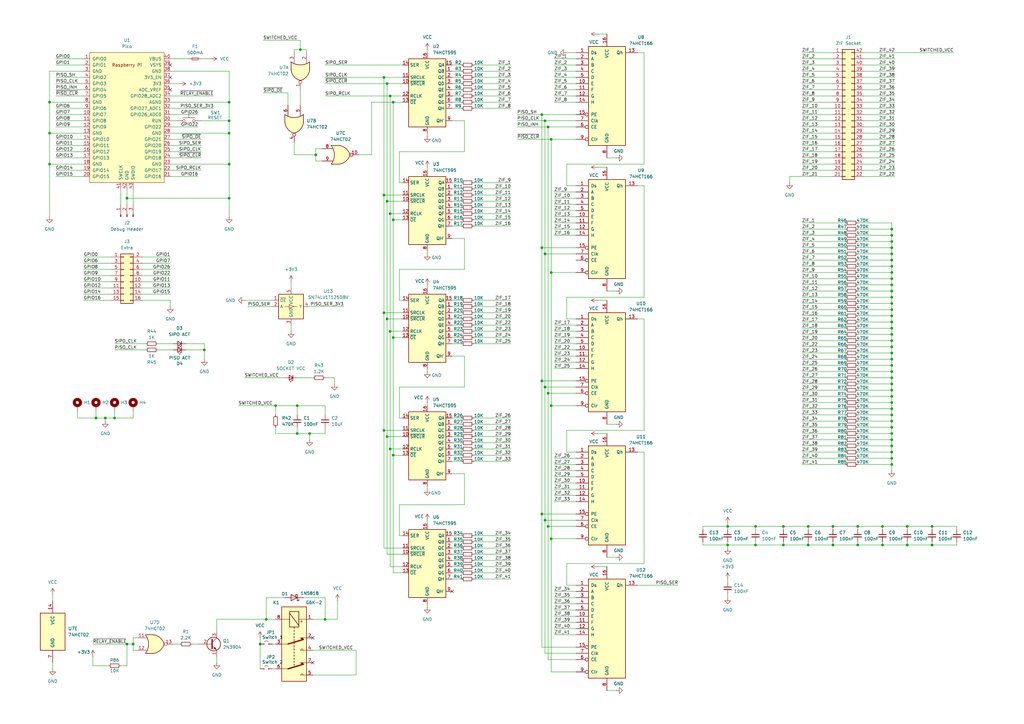
<source format=kicad_sch>
(kicad_sch (version 20231120) (generator "eeschema") (generator_version "8.0")
  (paper "A3")
  (lib_symbols
    (symbol "74xx:74HC02" (pin_names (offset 1.016))
      (property "Reference" "U" (at 0 1.27 0))
      (property "Value" "74HC02" (at 0 -1.27 0))
      (symbol "74HC02_1_1"
        (pin output inverted (at 7.62 0 180) (length 3.81) (name "~") (number "1"))
        (pin input line (at -7.62 2.54 0) (length 4.318) (name "~") (number "2"))
        (pin input line (at -7.62 -2.54 0) (length 4.318) (name "~") (number "3"))
      )
      (symbol "74HC02_1_2"
        (pin output line (at 7.62 0 180) (length 3.81) (name "~") (number "1"))
        (pin input inverted (at -7.62 2.54 0) (length 3.81) (name "~") (number "2"))
        (pin input inverted (at -7.62 -2.54 0) (length 3.81) (name "~") (number "3"))
      )
      (symbol "74HC02_2_1"
        (pin output inverted (at 7.62 0 180) (length 3.81) (name "~") (number "4"))
        (pin input line (at -7.62 2.54 0) (length 4.318) (name "~") (number "5"))
        (pin input line (at -7.62 -2.54 0) (length 4.318) (name "~") (number "6"))
      )
      (symbol "74HC02_2_2"
        (pin output line (at 7.62 0 180) (length 3.81) (name "~") (number "4"))
        (pin input inverted (at -7.62 2.54 0) (length 3.81) (name "~") (number "5"))
        (pin input inverted (at -7.62 -2.54 0) (length 3.81) (name "~") (number "6"))
      )
      (symbol "74HC02_3_1"
        (pin output inverted (at 7.62 0 180) (length 3.81) (name "~") (number "10"))
        (pin input line (at -7.62 2.54 0) (length 4.318) (name "~") (number "8"))
        (pin input line (at -7.62 -2.54 0) (length 4.318) (name "~") (number "9"))
      )
      (symbol "74HC02_3_2"
        (pin output line (at 7.62 0 180) (length 3.81) (name "~") (number "10"))
        (pin input inverted (at -7.62 2.54 0) (length 3.81) (name "~") (number "8"))
        (pin input inverted (at -7.62 -2.54 0) (length 3.81) (name "~") (number "9"))
      )
      (symbol "74HC02_4_1"
        (pin input line (at -7.62 2.54 0) (length 4.318) (name "~") (number "11"))
        (pin input line (at -7.62 -2.54 0) (length 4.318) (name "~") (number "12"))
        (pin output inverted (at 7.62 0 180) (length 3.81) (name "~") (number "13"))
      )
      (symbol "74HC02_4_2"
        (pin input inverted (at -7.62 2.54 0) (length 3.81) (name "~") (number "11"))
        (pin input inverted (at -7.62 -2.54 0) (length 3.81) (name "~") (number "12"))
        (pin output line (at 7.62 0 180) (length 3.81) (name "~") (number "13"))
      )
      (symbol "74HC02_5_0"
        (pin power_in line (at 0 12.7 270) (length 5.08) (name "VCC") (number "14"))
        (pin power_in line (at 0 -12.7 90) (length 5.08) (name "GND") (number "7"))
      )
    )
    (symbol "74xx:74HC595"
      (property "Reference" "U" (at -7.62 13.97 0))
      (property "Value" "74HC595" (at -7.62 -16.51 0))
      (symbol "74HC595_1_0"
        (pin tri_state line (at 10.16 7.62 180) (length 2.54) (name "QB") (number "1"))
        (pin input line (at -10.16 2.54 0) (length 2.54) (name "~{SRCLR}") (number "10"))
        (pin input line (at -10.16 5.08 0) (length 2.54) (name "SRCLK") (number "11"))
        (pin input line (at -10.16 -2.54 0) (length 2.54) (name "RCLK") (number "12"))
        (pin input line (at -10.16 -5.08 0) (length 2.54) (name "~{OE}") (number "13"))
        (pin input line (at -10.16 10.16 0) (length 2.54) (name "SER") (number "14"))
        (pin tri_state line (at 10.16 10.16 180) (length 2.54) (name "QA") (number "15"))
        (pin power_in line (at 0 15.24 270) (length 2.54) (name "VCC") (number "16"))
        (pin tri_state line (at 10.16 5.08 180) (length 2.54) (name "QC") (number "2"))
        (pin tri_state line (at 10.16 2.54 180) (length 2.54) (name "QD") (number "3"))
        (pin tri_state line (at 10.16 0 180) (length 2.54) (name "QE") (number "4"))
        (pin tri_state line (at 10.16 -2.54 180) (length 2.54) (name "QF") (number "5"))
        (pin tri_state line (at 10.16 -5.08 180) (length 2.54) (name "QG") (number "6"))
        (pin tri_state line (at 10.16 -7.62 180) (length 2.54) (name "QH") (number "7"))
        (pin power_in line (at 0 -17.78 90) (length 2.54) (name "GND") (number "8"))
        (pin output line (at 10.16 -12.7 180) (length 2.54) (name "QH'") (number "9"))
      )
    )
    (symbol "74xx:74LS166" (pin_names (offset 1.016))
      (property "Reference" "U" (at -7.62 21.59 0))
      (property "Value" "74LS166" (at -7.62 -21.59 0))
      (symbol "74LS166_1_0"
        (pin input line (at -12.7 17.78 0) (length 5.08) (name "Ds") (number "1"))
        (pin input line (at -12.7 5.08 0) (length 5.08) (name "E") (number "10"))
        (pin input line (at -12.7 2.54 0) (length 5.08) (name "F") (number "11"))
        (pin input line (at -12.7 0 0) (length 5.08) (name "G") (number "12"))
        (pin output line (at 12.7 17.78 180) (length 5.08) (name "Qh") (number "13"))
        (pin input line (at -12.7 -2.54 0) (length 5.08) (name "H") (number "14"))
        (pin input inverted (at -12.7 -7.62 0) (length 5.08) (name "PE") (number "15"))
        (pin power_in line (at 0 25.4 270) (length 5.08) (name "VCC") (number "16"))
        (pin input line (at -12.7 15.24 0) (length 5.08) (name "A") (number "2"))
        (pin input line (at -12.7 12.7 0) (length 5.08) (name "B") (number "3"))
        (pin input line (at -12.7 10.16 0) (length 5.08) (name "C") (number "4"))
        (pin input line (at -12.7 7.62 0) (length 5.08) (name "D") (number "5"))
        (pin input inverted (at -12.7 -12.7 0) (length 5.08) (name "CE") (number "6"))
        (pin input line (at -12.7 -10.16 0) (length 5.08) (name "Clk") (number "7"))
        (pin power_in line (at 0 -25.4 90) (length 5.08) (name "GND") (number "8"))
        (pin input inverted (at -12.7 -17.78 0) (length 5.08) (name "Clr") (number "9"))
      )
    )
    (symbol "Connector:Conn_01x03_Pin" (pin_names (offset 1.016) hide)
      (property "Reference" "J" (at 0 5.08 0))
      (property "Value" "Conn_01x03_Pin" (at 0 -5.08 0))
      (symbol "Conn_01x03_Pin_1_1"
        (pin passive line (at 5.08 2.54 180) (length 3.81) (name "Pin_1") (number "1"))
        (pin passive line (at 5.08 0 180) (length 3.81) (name "Pin_2") (number "2"))
        (pin passive line (at 5.08 -2.54 180) (length 3.81) (name "Pin_3") (number "3"))
      )
    )
    (symbol "Connector_Generic:Conn_02x08_Odd_Even" (pin_names (offset 1.016) hide)
      (property "Reference" "J" (at 1.27 10.16 0))
      (property "Value" "Conn_02x08_Odd_Even" (at 1.27 -12.7 0))
      (symbol "Conn_02x08_Odd_Even_1_1"
        (pin passive line (at -5.08 7.62 0) (length 3.81) (name "Pin_1") (number "1"))
        (pin passive line (at 7.62 -2.54 180) (length 3.81) (name "Pin_10") (number "10"))
        (pin passive line (at -5.08 -5.08 0) (length 3.81) (name "Pin_11") (number "11"))
        (pin passive line (at 7.62 -5.08 180) (length 3.81) (name "Pin_12") (number "12"))
        (pin passive line (at -5.08 -7.62 0) (length 3.81) (name "Pin_13") (number "13"))
        (pin passive line (at 7.62 -7.62 180) (length 3.81) (name "Pin_14") (number "14"))
        (pin passive line (at -5.08 -10.16 0) (length 3.81) (name "Pin_15") (number "15"))
        (pin passive line (at 7.62 -10.16 180) (length 3.81) (name "Pin_16") (number "16"))
        (pin passive line (at 7.62 7.62 180) (length 3.81) (name "Pin_2") (number "2"))
        (pin passive line (at -5.08 5.08 0) (length 3.81) (name "Pin_3") (number "3"))
        (pin passive line (at 7.62 5.08 180) (length 3.81) (name "Pin_4") (number "4"))
        (pin passive line (at -5.08 2.54 0) (length 3.81) (name "Pin_5") (number "5"))
        (pin passive line (at 7.62 2.54 180) (length 3.81) (name "Pin_6") (number "6"))
        (pin passive line (at -5.08 0 0) (length 3.81) (name "Pin_7") (number "7"))
        (pin passive line (at 7.62 0 180) (length 3.81) (name "Pin_8") (number "8"))
        (pin passive line (at -5.08 -2.54 0) (length 3.81) (name "Pin_9") (number "9"))
      )
    )
    (symbol "Connector_Generic:Conn_02x21_Counter_Clockwise" (pin_names (offset 1.016) hide)
      (property "Reference" "J" (at 1.27 27.94 0))
      (property "Value" "Conn_02x21_Counter_Clockwise" (at 1.27 -27.94 0))
      (symbol "Conn_02x21_Counter_Clockwise_1_1"
        (pin passive line (at -5.08 25.4 0) (length 3.81) (name "Pin_1") (number "1"))
        (pin passive line (at -5.08 2.54 0) (length 3.81) (name "Pin_10") (number "10"))
        (pin passive line (at -5.08 0 0) (length 3.81) (name "Pin_11") (number "11"))
        (pin passive line (at -5.08 -2.54 0) (length 3.81) (name "Pin_12") (number "12"))
        (pin passive line (at -5.08 -5.08 0) (length 3.81) (name "Pin_13") (number "13"))
        (pin passive line (at -5.08 -7.62 0) (length 3.81) (name "Pin_14") (number "14"))
        (pin passive line (at -5.08 -10.16 0) (length 3.81) (name "Pin_15") (number "15"))
        (pin passive line (at -5.08 -12.7 0) (length 3.81) (name "Pin_16") (number "16"))
        (pin passive line (at -5.08 -15.24 0) (length 3.81) (name "Pin_17") (number "17"))
        (pin passive line (at -5.08 -17.78 0) (length 3.81) (name "Pin_18") (number "18"))
        (pin passive line (at -5.08 -20.32 0) (length 3.81) (name "Pin_19") (number "19"))
        (pin passive line (at -5.08 22.86 0) (length 3.81) (name "Pin_2") (number "2"))
        (pin passive line (at -5.08 -22.86 0) (length 3.81) (name "Pin_20") (number "20"))
        (pin passive line (at -5.08 -25.4 0) (length 3.81) (name "Pin_21") (number "21"))
        (pin passive line (at 7.62 -25.4 180) (length 3.81) (name "Pin_22") (number "22"))
        (pin passive line (at 7.62 -22.86 180) (length 3.81) (name "Pin_23") (number "23"))
        (pin passive line (at 7.62 -20.32 180) (length 3.81) (name "Pin_24") (number "24"))
        (pin passive line (at 7.62 -17.78 180) (length 3.81) (name "Pin_25") (number "25"))
        (pin passive line (at 7.62 -15.24 180) (length 3.81) (name "Pin_26") (number "26"))
        (pin passive line (at 7.62 -12.7 180) (length 3.81) (name "Pin_27") (number "27"))
        (pin passive line (at 7.62 -10.16 180) (length 3.81) (name "Pin_28") (number "28"))
        (pin passive line (at 7.62 -7.62 180) (length 3.81) (name "Pin_29") (number "29"))
        (pin passive line (at -5.08 20.32 0) (length 3.81) (name "Pin_3") (number "3"))
        (pin passive line (at 7.62 -5.08 180) (length 3.81) (name "Pin_30") (number "30"))
        (pin passive line (at 7.62 -2.54 180) (length 3.81) (name "Pin_31") (number "31"))
        (pin passive line (at 7.62 0 180) (length 3.81) (name "Pin_32") (number "32"))
        (pin passive line (at 7.62 2.54 180) (length 3.81) (name "Pin_33") (number "33"))
        (pin passive line (at 7.62 5.08 180) (length 3.81) (name "Pin_34") (number "34"))
        (pin passive line (at 7.62 7.62 180) (length 3.81) (name "Pin_35") (number "35"))
        (pin passive line (at 7.62 10.16 180) (length 3.81) (name "Pin_36") (number "36"))
        (pin passive line (at 7.62 12.7 180) (length 3.81) (name "Pin_37") (number "37"))
        (pin passive line (at 7.62 15.24 180) (length 3.81) (name "Pin_38") (number "38"))
        (pin passive line (at 7.62 17.78 180) (length 3.81) (name "Pin_39") (number "39"))
        (pin passive line (at -5.08 17.78 0) (length 3.81) (name "Pin_4") (number "4"))
        (pin passive line (at 7.62 20.32 180) (length 3.81) (name "Pin_40") (number "40"))
        (pin passive line (at 7.62 22.86 180) (length 3.81) (name "Pin_41") (number "41"))
        (pin passive line (at 7.62 25.4 180) (length 3.81) (name "Pin_42") (number "42"))
        (pin passive line (at -5.08 15.24 0) (length 3.81) (name "Pin_5") (number "5"))
        (pin passive line (at -5.08 12.7 0) (length 3.81) (name "Pin_6") (number "6"))
        (pin passive line (at -5.08 10.16 0) (length 3.81) (name "Pin_7") (number "7"))
        (pin passive line (at -5.08 7.62 0) (length 3.81) (name "Pin_8") (number "8"))
        (pin passive line (at -5.08 5.08 0) (length 3.81) (name "Pin_9") (number "9"))
      )
    )
    (symbol "Device:C_Small" (pin_numbers hide) (pin_names (offset 0.254) hide)
      (property "Reference" "C" (at 0.254 1.778 0))
      (property "Value" "C_Small" (at 0.254 -2.032 0))
      (symbol "C_Small_1_1"
        (pin passive line (at 0 2.54 270) (length 2.032) (name "~") (number "1"))
        (pin passive line (at 0 -2.54 90) (length 2.032) (name "~") (number "2"))
      )
    )
    (symbol "Device:Fuse_Small" (pin_numbers hide) (pin_names (offset 0.254) hide)
      (property "Reference" "F" (at 0 -1.524 0))
      (property "Value" "Fuse_Small" (at 0 1.524 0))
      (symbol "Fuse_Small_1_1"
        (pin passive line (at -2.54 0 0) (length 1.27) (name "~") (number "1"))
        (pin passive line (at 2.54 0 180) (length 1.27) (name "~") (number "2"))
      )
    )
    (symbol "Device:LED_Small" (pin_numbers hide) (pin_names (offset 0.254) hide)
      (property "Reference" "D" (at -1.27 3.175 0))
      (property "Value" "LED_Small" (at -4.445 -2.54 0))
      (symbol "LED_Small_1_1"
        (pin passive line (at -2.54 0 0) (length 1.778) (name "K") (number "1"))
        (pin passive line (at 2.54 0 180) (length 1.778) (name "A") (number "2"))
      )
    )
    (symbol "Device:R_Small" (pin_numbers hide) (pin_names (offset 0.254) hide)
      (property "Reference" "R" (at 0.762 0.508 0))
      (property "Value" "R_Small" (at 0.762 -1.016 0))
      (symbol "R_Small_1_1"
        (pin passive line (at 0 2.54 270) (length 0.762) (name "~") (number "1"))
        (pin passive line (at 0 -2.54 90) (length 0.762) (name "~") (number "2"))
      )
    )
    (symbol "Diode:1N5818" (pin_numbers hide) (pin_names (offset 1.016) hide)
      (property "Reference" "D" (at 0 2.54 0))
      (property "Value" "1N5818" (at 0 -2.54 0))
      (symbol "1N5818_1_1"
        (pin passive line (at -3.81 0 0) (length 2.54) (name "K") (number "1"))
        (pin passive line (at 3.81 0 180) (length 2.54) (name "A") (number "2"))
      )
    )
    (symbol "Jumper:Jumper_2_Small_Open" (pin_numbers hide) (pin_names (offset 0) hide) (exclude_from_sim yes)
      (property "Reference" "JP" (at 0 2.794 0))
      (property "Value" "Jumper_2_Small_Open" (at 0 -2.286 0))
      (symbol "Jumper_2_Small_Open_1_1"
        (pin passive line (at -2.54 0 0) (length 1.27) (name "A") (number "1"))
        (pin passive line (at 2.54 0 180) (length 1.27) (name "B") (number "2"))
      )
    )
    (symbol "Logic_LevelTranslator:SN74LV1T125DBV"
      (property "Reference" "U" (at 5.08 6.35 0))
      (property "Value" "SN74LV1T125DBV" (at 5.08 3.81 0))
      (symbol "SN74LV1T125DBV_1_1"
        (pin input line (at -7.62 2.54 0) (length 2.54) (name "~{OE}") (number "1"))
        (pin input line (at -7.62 0 0) (length 2.54) (name "A") (number "2"))
        (pin power_in line (at 0 -7.62 90) (length 2.54) (name "GND") (number "3"))
        (pin output line (at 7.62 0 180) (length 2.54) (name "Y") (number "4"))
        (pin power_in line (at 0 7.62 270) (length 2.54) (name "VCC") (number "5"))
      )
    )
    (symbol "MCU_RaspberryPi_and_Boards:Pico" (pin_names (offset 1.016))
      (property "Reference" "U" (at -13.97 27.94 0))
      (property "Value" "Pico" (at 0 19.05 0))
      (symbol "Pico_0_0"
        (text "Raspberry Pi" (at 0 21.59 0) (effects (font (size 1.27 1.27))))
      )
      (symbol "Pico_1_1"
        (pin bidirectional line (at -17.78 24.13 0) (length 2.54) (name "GPIO0") (number "1"))
        (pin bidirectional line (at -17.78 1.27 0) (length 2.54) (name "GPIO7") (number "10"))
        (pin bidirectional line (at -17.78 -1.27 0) (length 2.54) (name "GPIO8") (number "11"))
        (pin bidirectional line (at -17.78 -3.81 0) (length 2.54) (name "GPIO9") (number "12"))
        (pin power_in line (at -17.78 -6.35 0) (length 2.54) (name "GND") (number "13"))
        (pin bidirectional line (at -17.78 -8.89 0) (length 2.54) (name "GPIO10") (number "14"))
        (pin bidirectional line (at -17.78 -11.43 0) (length 2.54) (name "GPIO11") (number "15"))
        (pin bidirectional line (at -17.78 -13.97 0) (length 2.54) (name "GPIO12") (number "16"))
        (pin bidirectional line (at -17.78 -16.51 0) (length 2.54) (name "GPIO13") (number "17"))
        (pin power_in line (at -17.78 -19.05 0) (length 2.54) (name "GND") (number "18"))
        (pin bidirectional line (at -17.78 -21.59 0) (length 2.54) (name "GPIO14") (number "19"))
        (pin bidirectional line (at -17.78 21.59 0) (length 2.54) (name "GPIO1") (number "2"))
        (pin bidirectional line (at -17.78 -24.13 0) (length 2.54) (name "GPIO15") (number "20"))
        (pin bidirectional line (at 17.78 -24.13 180) (length 2.54) (name "GPIO16") (number "21"))
        (pin bidirectional line (at 17.78 -21.59 180) (length 2.54) (name "GPIO17") (number "22"))
        (pin power_in line (at 17.78 -19.05 180) (length 2.54) (name "GND") (number "23"))
        (pin bidirectional line (at 17.78 -16.51 180) (length 2.54) (name "GPIO18") (number "24"))
        (pin bidirectional line (at 17.78 -13.97 180) (length 2.54) (name "GPIO19") (number "25"))
        (pin bidirectional line (at 17.78 -11.43 180) (length 2.54) (name "GPIO20") (number "26"))
        (pin bidirectional line (at 17.78 -8.89 180) (length 2.54) (name "GPIO21") (number "27"))
        (pin power_in line (at 17.78 -6.35 180) (length 2.54) (name "GND") (number "28"))
        (pin bidirectional line (at 17.78 -3.81 180) (length 2.54) (name "GPIO22") (number "29"))
        (pin power_in line (at -17.78 19.05 0) (length 2.54) (name "GND") (number "3"))
        (pin input line (at 17.78 -1.27 180) (length 2.54) (name "RUN") (number "30"))
        (pin bidirectional line (at 17.78 1.27 180) (length 2.54) (name "GPIO26_ADC0") (number "31"))
        (pin bidirectional line (at 17.78 3.81 180) (length 2.54) (name "GPIO27_ADC1") (number "32"))
        (pin power_in line (at 17.78 6.35 180) (length 2.54) (name "AGND") (number "33"))
        (pin bidirectional line (at 17.78 8.89 180) (length 2.54) (name "GPIO28_ADC2") (number "34"))
        (pin unspecified line (at 17.78 11.43 180) (length 2.54) (name "ADC_VREF") (number "35"))
        (pin unspecified line (at 17.78 13.97 180) (length 2.54) (name "3V3") (number "36"))
        (pin input line (at 17.78 16.51 180) (length 2.54) (name "3V3_EN") (number "37"))
        (pin bidirectional line (at 17.78 19.05 180) (length 2.54) (name "GND") (number "38"))
        (pin unspecified line (at 17.78 21.59 180) (length 2.54) (name "VSYS") (number "39"))
        (pin bidirectional line (at -17.78 16.51 0) (length 2.54) (name "GPIO2") (number "4"))
        (pin unspecified line (at 17.78 24.13 180) (length 2.54) (name "VBUS") (number "40"))
        (pin input line (at -2.54 -29.21 90) (length 2.54) (name "SWCLK") (number "41"))
        (pin power_in line (at 0 -29.21 90) (length 2.54) (name "GND") (number "42"))
        (pin bidirectional line (at 2.54 -29.21 90) (length 2.54) (name "SWDIO") (number "43"))
        (pin bidirectional line (at -17.78 13.97 0) (length 2.54) (name "GPIO3") (number "5"))
        (pin bidirectional line (at -17.78 11.43 0) (length 2.54) (name "GPIO4") (number "6"))
        (pin bidirectional line (at -17.78 8.89 0) (length 2.54) (name "GPIO5") (number "7"))
        (pin power_in line (at -17.78 6.35 0) (length 2.54) (name "GND") (number "8"))
        (pin bidirectional line (at -17.78 3.81 0) (length 2.54) (name "GPIO6") (number "9"))
      )
    )
    (symbol "Mechanical:MountingHole_Pad" (pin_numbers hide) (pin_names (offset 1.016) hide) (exclude_from_sim yes) (in_bom no)
      (property "Reference" "H" (at 0 6.35 0))
      (property "Value" "MountingHole_Pad" (at 0 4.445 0))
      (symbol "MountingHole_Pad_1_1"
        (pin input line (at 0 -2.54 90) (length 2.54) (name "1") (number "1"))
      )
    )
    (symbol "Relay:G6K-2"
      (property "Reference" "K" (at 16.51 3.81 0))
      (property "Value" "G6K-2" (at 16.51 1.27 0))
      (symbol "G6K-2_0_0"
        (text "+" (at -9.271 2.921 0) (effects (font (size 1.27 1.27))))
      )
      (symbol "G6K-2_1_1"
        (pin passive line (at -10.16 7.62 270) (length 2.54) (name "~") (number "1"))
        (pin passive line (at -2.54 7.62 270) (length 2.54) (name "~") (number "2"))
        (pin passive line (at 0 -7.62 90) (length 2.54) (name "~") (number "3"))
        (pin passive line (at 2.54 7.62 270) (length 2.54) (name "~") (number "4"))
        (pin passive line (at 12.7 7.62 270) (length 2.54) (name "~") (number "5"))
        (pin passive line (at 10.16 -7.62 90) (length 2.54) (name "~") (number "6"))
        (pin passive line (at 7.62 7.62 270) (length 2.54) (name "~") (number "7"))
        (pin passive line (at -10.16 -7.62 90) (length 2.54) (name "~") (number "8"))
      )
    )
    (symbol "Switch:SW_Push" (pin_numbers hide) (pin_names (offset 1.016) hide)
      (property "Reference" "SW" (at 1.27 2.54 0))
      (property "Value" "SW_Push" (at 0 -1.524 0))
      (symbol "SW_Push_0_1"
        (pin passive line (at -5.08 0 0) (length 2.54) (name "1") (number "1"))
        (pin passive line (at 5.08 0 180) (length 2.54) (name "2") (number "2"))
      )
    )
    (symbol "Transistor_BJT:2N3904" (pin_names (offset 0) hide)
      (property "Reference" "Q" (at 5.08 1.905 0))
      (property "Value" "2N3904" (at 5.08 0 0))
      (symbol "2N3904_1_1"
        (pin passive line (at 2.54 -5.08 90) (length 2.54) (name "E") (number "1"))
        (pin passive line (at -5.08 0 0) (length 5.715) (name "B") (number "2"))
        (pin passive line (at 2.54 5.08 270) (length 2.54) (name "C") (number "3"))
      )
    )
    (symbol "power:+3V3" (power) (pin_numbers hide) (pin_names (offset 0) hide)
      (property "Value" "+3V3" (at 0 3.556 0))
      (symbol "+3V3_1_1"
        (pin power_in line (at 0 0 90) (length 0) (name "~") (number "1"))
      )
    )
    (symbol "power:GND" (power) (pin_numbers hide) (pin_names (offset 0) hide)
      (property "Value" "GND" (at 0 -3.81 0))
      (symbol "GND_1_1"
        (pin power_in line (at 0 0 270) (length 0) (name "~") (number "1"))
      )
    )
    (symbol "power:VCC" (power) (pin_numbers hide) (pin_names (offset 0) hide)
      (property "Value" "VCC" (at 0 3.556 0))
      (symbol "VCC_1_1"
        (pin power_in line (at 0 0 90) (length 0) (name "~") (number "1"))
      )
    )
  )
  (junction (at 158.75 34.29))
  (junction (at 222.25 210.82))
  (junction (at 365.76 167.64))
  (junction (at 223.52 158.75))
  (junction (at 365.76 127))
  (junction (at 20.32 41.91))
  (junction (at 382.27 215.9))
  (junction (at 365.76 104.14))
  (junction (at 331.47 215.9))
  (junction (at 365.76 137.16))
  (junction (at 161.29 138.43))
  (junction (at 226.06 166.37))
  (junction (at 160.02 87.63))
  (junction (at 223.52 213.36))
  (junction (at 129.54 63.5))
  (junction (at 226.06 220.98))
  (junction (at 226.06 111.76))
  (junction (at 222.25 101.6))
  (junction (at 158.75 179.07))
  (junction (at 321.31 223.52))
  (junction (at 365.76 93.98))
  (junction (at 365.76 99.06))
  (junction (at 365.76 134.62))
  (junction (at 365.76 162.56))
  (junction (at 365.76 111.76))
  (junction (at 365.76 124.46))
  (junction (at 365.76 139.7))
  (junction (at 351.79 223.52))
  (junction (at 365.76 185.42))
  (junction (at 365.76 119.38))
  (junction (at 309.88 215.9))
  (junction (at 20.32 54.61))
  (junction (at 160.02 135.89))
  (junction (at 93.98 41.91))
  (junction (at 365.76 165.1))
  (junction (at 127 177.8))
  (junction (at 365.76 106.68))
  (junction (at 223.52 49.53))
  (junction (at 361.95 223.52))
  (junction (at 157.48 31.75))
  (junction (at 226.06 57.15))
  (junction (at 93.98 67.31))
  (junction (at 224.79 215.9))
  (junction (at 365.76 187.96))
  (junction (at 365.76 180.34))
  (junction (at 93.98 49.53))
  (junction (at 365.76 129.54))
  (junction (at 157.48 80.01))
  (junction (at 39.37 171.45))
  (junction (at 161.29 41.91))
  (junction (at 298.45 223.52))
  (junction (at 365.76 157.48))
  (junction (at 365.76 149.86))
  (junction (at 365.76 101.6))
  (junction (at 365.76 172.72))
  (junction (at 93.98 81.28))
  (junction (at 321.31 215.9))
  (junction (at 309.88 223.52))
  (junction (at 157.48 128.27))
  (junction (at 382.27 223.52))
  (junction (at 113.03 166.37))
  (junction (at 365.76 121.92))
  (junction (at 365.76 154.94))
  (junction (at 224.79 52.07))
  (junction (at 158.75 82.55))
  (junction (at 158.75 130.81))
  (junction (at 365.76 109.22))
  (junction (at 365.76 116.84))
  (junction (at 365.76 170.18))
  (junction (at 365.76 177.8))
  (junction (at 341.63 215.9))
  (junction (at 361.95 215.9))
  (junction (at 224.79 161.29))
  (junction (at 157.48 176.53))
  (junction (at 52.07 81.28))
  (junction (at 331.47 223.52))
  (junction (at 46.99 171.45))
  (junction (at 365.76 144.78))
  (junction (at 52.07 264.16))
  (junction (at 365.76 147.32))
  (junction (at 106.68 264.16))
  (junction (at 20.32 67.31))
  (junction (at 365.76 152.4))
  (junction (at 372.11 215.9))
  (junction (at 365.76 175.26))
  (junction (at 223.52 104.14))
  (junction (at 161.29 90.17))
  (junction (at 365.76 182.88))
  (junction (at 123.19 20.32))
  (junction (at 365.76 114.3))
  (junction (at 365.76 132.08))
  (junction (at 341.63 223.52))
  (junction (at 121.92 166.37))
  (junction (at 365.76 160.02))
  (junction (at 109.22 254))
  (junction (at 54.61 264.16))
  (junction (at 351.79 215.9))
  (junction (at 83.82 143.51))
  (junction (at 365.76 96.52))
  (junction (at 365.76 142.24))
  (junction (at 222.25 46.99))
  (junction (at 161.29 186.69))
  (junction (at 222.25 156.21))
  (junction (at 298.45 215.9))
  (junction (at 121.92 177.8))
  (junction (at 43.18 171.45))
  (junction (at 372.11 223.52))
  (junction (at 133.35 254))
  (junction (at 93.98 54.61))
  (junction (at 160.02 184.15))
  (junction (at 160.02 39.37))
  (junction (at 365.76 190.5))
  (no_connect (at 128.27 271.78))
  (no_connect (at 69.85 36.83))
  (no_connect (at 69.85 31.75))
  (no_connect (at 185.42 242.57))
  (no_connect (at 128.27 261.62))
  (no_connect (at 69.85 26.67))
  (wire (pts (xy 22.86 39.37) (xy 34.29 39.37)))
  (wire (pts (xy 365.76 175.26) (xy 365.76 177.8)))
  (wire (pts (xy 351.79 152.4) (xy 365.76 152.4)))
  (wire (pts (xy 351.79 121.92) (xy 365.76 121.92)))
  (wire (pts (xy 331.47 223.52) (xy 341.63 223.52)))
  (wire (pts (xy 328.93 41.91) (xy 341.63 41.91)))
  (wire (pts (xy 341.63 215.9) (xy 351.79 215.9)))
  (wire (pts (xy 83.82 143.51) (xy 83.82 147.32)))
  (wire (pts (xy 121.92 177.8) (xy 127 177.8)))
  (wire (pts (xy 185.42 80.01) (xy 189.23 80.01)))
  (wire (pts (xy 194.31 176.53) (xy 209.55 176.53)))
  (wire (pts (xy 20.32 54.61) (xy 20.32 41.91)))
  (wire (pts (xy 20.32 88.9) (xy 20.32 67.31)))
  (wire (pts (xy 245.11 13.97) (xy 248.92 13.97)))
  (wire (pts (xy 224.79 52.07) (xy 224.79 161.29)))
  (wire (pts (xy 20.32 54.61) (xy 34.29 54.61)))
  (wire (pts (xy 354.33 26.67) (xy 367.03 26.67)))
  (wire (pts (xy 354.33 69.85) (xy 367.03 69.85)))
  (wire (pts (xy 129.54 60.96) (xy 129.54 63.5)))
  (wire (pts (xy 261.62 21.59) (xy 264.16 21.59)))
  (wire (pts (xy 93.98 41.91) (xy 93.98 49.53)))
  (wire (pts (xy 264.16 176.53) (xy 232.41 176.53)))
  (wire (pts (xy 227.33 83.82) (xy 236.22 83.82)))
  (wire (pts (xy 212.09 52.07) (xy 224.79 52.07)))
  (wire (pts (xy 22.86 69.85) (xy 34.29 69.85)))
  (wire (pts (xy 52.07 264.16) (xy 54.61 264.16)))
  (wire (pts (xy 194.31 87.63) (xy 209.55 87.63)))
  (wire (pts (xy 227.33 198.12) (xy 236.22 198.12)))
  (wire (pts (xy 232.41 130.81) (xy 236.22 130.81)))
  (wire (pts (xy 107.95 38.1) (xy 118.11 38.1)))
  (wire (pts (xy 328.93 157.48) (xy 346.71 157.48)))
  (wire (pts (xy 109.22 254) (xy 109.22 245.11)))
  (wire (pts (xy 22.86 72.39) (xy 34.29 72.39)))
  (wire (pts (xy 185.42 135.89) (xy 189.23 135.89)))
  (wire (pts (xy 194.31 31.75) (xy 209.55 31.75)))
  (wire (pts (xy 185.42 140.97) (xy 189.23 140.97)))
  (wire (pts (xy 351.79 180.34) (xy 365.76 180.34)))
  (wire (pts (xy 351.79 106.68) (xy 365.76 106.68)))
  (wire (pts (xy 82.55 49.53) (xy 93.98 49.53)))
  (wire (pts (xy 133.35 31.75) (xy 157.48 31.75)))
  (wire (pts (xy 175.26 247.65) (xy 175.26 248.92)))
  (wire (pts (xy 365.76 157.48) (xy 365.76 160.02)))
  (wire (pts (xy 351.79 124.46) (xy 365.76 124.46)))
  (wire (pts (xy 83.82 140.97) (xy 83.82 143.51)))
  (wire (pts (xy 185.42 34.29) (xy 189.23 34.29)))
  (wire (pts (xy 152.4 41.91) (xy 161.29 41.91)))
  (wire (pts (xy 309.88 223.52) (xy 321.31 223.52)))
  (wire (pts (xy 354.33 29.21) (xy 367.03 29.21)))
  (wire (pts (xy 226.06 111.76) (xy 226.06 166.37)))
  (wire (pts (xy 328.93 44.45) (xy 341.63 44.45)))
  (wire (pts (xy 261.62 130.81) (xy 264.16 130.81)))
  (wire (pts (xy 227.33 41.91) (xy 236.22 41.91)))
  (wire (pts (xy 158.75 179.07) (xy 165.1 179.07)))
  (wire (pts (xy 185.42 227.33) (xy 189.23 227.33)))
  (wire (pts (xy 227.33 138.43) (xy 236.22 138.43)))
  (wire (pts (xy 39.37 168.91) (xy 39.37 171.45)))
  (wire (pts (xy 264.16 231.14) (xy 232.41 231.14)))
  (wire (pts (xy 119.38 115.57) (xy 119.38 118.11)))
  (wire (pts (xy 328.93 142.24) (xy 346.71 142.24)))
  (wire (pts (xy 227.33 250.19) (xy 236.22 250.19)))
  (wire (pts (xy 351.79 127) (xy 365.76 127)))
  (wire (pts (xy 158.75 130.81) (xy 158.75 179.07)))
  (wire (pts (xy 328.93 144.78) (xy 346.71 144.78)))
  (wire (pts (xy 245.11 232.41) (xy 248.92 232.41)))
  (wire (pts (xy 185.42 36.83) (xy 189.23 36.83)))
  (wire (pts (xy 351.79 167.64) (xy 365.76 167.64)))
  (wire (pts (xy 190.5 62.23) (xy 163.83 62.23)))
  (wire (pts (xy 328.93 167.64) (xy 346.71 167.64)))
  (wire (pts (xy 113.03 175.26) (xy 113.03 177.8)))
  (wire (pts (xy 194.31 41.91) (xy 209.55 41.91)))
  (wire (pts (xy 351.79 101.6) (xy 365.76 101.6)))
  (wire (pts (xy 264.16 121.92) (xy 232.41 121.92)))
  (wire (pts (xy 365.76 190.5) (xy 365.76 193.04)))
  (wire (pts (xy 328.93 64.77) (xy 341.63 64.77)))
  (wire (pts (xy 224.79 215.9) (xy 236.22 215.9)))
  (wire (pts (xy 21.59 243.84) (xy 21.59 246.38)))
  (wire (pts (xy 120.65 58.42) (xy 120.65 63.5)))
  (wire (pts (xy 328.93 185.42) (xy 346.71 185.42)))
  (wire (pts (xy 101.6 125.73) (xy 111.76 125.73)))
  (wire (pts (xy 185.42 234.95) (xy 189.23 234.95)))
  (wire (pts (xy 354.33 46.99) (xy 367.03 46.99)))
  (wire (pts (xy 392.43 215.9) (xy 392.43 217.17)))
  (wire (pts (xy 365.76 93.98) (xy 365.76 96.52)))
  (wire (pts (xy 223.52 104.14) (xy 223.52 158.75)))
  (wire (pts (xy 88.9 269.24) (xy 88.9 271.78)))
  (wire (pts (xy 20.32 67.31) (xy 20.32 54.61)))
  (wire (pts (xy 194.31 44.45) (xy 209.55 44.45)))
  (wire (pts (xy 34.29 107.95) (xy 45.72 107.95)))
  (wire (pts (xy 328.93 127) (xy 346.71 127)))
  (wire (pts (xy 328.93 24.13) (xy 341.63 24.13)))
  (wire (pts (xy 160.02 87.63) (xy 160.02 135.89)))
  (wire (pts (xy 190.5 194.31) (xy 190.5 207.01)))
  (wire (pts (xy 223.52 213.36) (xy 223.52 267.97)))
  (wire (pts (xy 161.29 138.43) (xy 161.29 186.69)))
  (wire (pts (xy 328.93 52.07) (xy 341.63 52.07)))
  (wire (pts (xy 226.06 220.98) (xy 226.06 275.59)))
  (wire (pts (xy 328.93 91.44) (xy 346.71 91.44)))
  (wire (pts (xy 54.61 261.62) (xy 54.61 264.16)))
  (wire (pts (xy 222.25 101.6) (xy 222.25 156.21)))
  (wire (pts (xy 194.31 219.71) (xy 209.55 219.71)))
  (wire (pts (xy 20.32 41.91) (xy 34.29 41.91)))
  (wire (pts (xy 185.42 97.79) (xy 190.5 97.79)))
  (wire (pts (xy 351.79 157.48) (xy 365.76 157.48)))
  (wire (pts (xy 354.33 54.61) (xy 367.03 54.61)))
  (wire (pts (xy 321.31 223.52) (xy 331.47 223.52)))
  (wire (pts (xy 288.29 217.17) (xy 288.29 215.9)))
  (wire (pts (xy 121.92 166.37) (xy 133.35 166.37)))
  (wire (pts (xy 175.26 20.32) (xy 175.26 21.59)))
  (wire (pts (xy 116.84 154.94) (xy 100.33 154.94)))
  (wire (pts (xy 328.93 187.96) (xy 346.71 187.96)))
  (wire (pts (xy 309.88 215.9) (xy 309.88 217.17)))
  (wire (pts (xy 160.02 135.89) (xy 165.1 135.89)))
  (wire (pts (xy 351.79 116.84) (xy 365.76 116.84)))
  (wire (pts (xy 111.76 264.16) (xy 113.03 264.16)))
  (wire (pts (xy 365.76 152.4) (xy 365.76 154.94)))
  (wire (pts (xy 158.75 130.81) (xy 165.1 130.81)))
  (wire (pts (xy 194.31 26.67) (xy 209.55 26.67)))
  (wire (pts (xy 22.86 44.45) (xy 34.29 44.45)))
  (wire (pts (xy 351.79 91.44) (xy 365.76 91.44)))
  (wire (pts (xy 190.5 158.75) (xy 163.83 158.75)))
  (wire (pts (xy 382.27 222.25) (xy 382.27 223.52)))
  (wire (pts (xy 351.79 142.24) (xy 365.76 142.24)))
  (wire (pts (xy 106.68 261.62) (xy 106.68 264.16)))
  (wire (pts (xy 365.76 104.14) (xy 365.76 106.68)))
  (wire (pts (xy 133.35 166.37) (xy 133.35 170.18)))
  (wire (pts (xy 100.33 123.19) (xy 111.76 123.19)))
  (wire (pts (xy 224.79 52.07) (xy 236.22 52.07)))
  (wire (pts (xy 133.35 177.8) (xy 133.35 175.26)))
  (wire (pts (xy 34.29 118.11) (xy 45.72 118.11)))
  (wire (pts (xy 69.85 29.21) (xy 93.98 29.21)))
  (wire (pts (xy 354.33 39.37) (xy 367.03 39.37)))
  (wire (pts (xy 121.92 154.94) (xy 128.27 154.94)))
  (wire (pts (xy 223.52 213.36) (xy 236.22 213.36)))
  (wire (pts (xy 97.79 166.37) (xy 113.03 166.37)))
  (wire (pts (xy 328.93 180.34) (xy 346.71 180.34)))
  (wire (pts (xy 222.25 210.82) (xy 222.25 265.43)))
  (wire (pts (xy 34.29 105.41) (xy 45.72 105.41)))
  (wire (pts (xy 69.85 39.37) (xy 87.63 39.37)))
  (wire (pts (xy 54.61 264.16) (xy 54.61 266.7)))
  (wire (pts (xy 354.33 57.15) (xy 367.03 57.15)))
  (wire (pts (xy 133.35 245.11) (xy 133.35 254)))
  (wire (pts (xy 298.45 243.84) (xy 298.45 245.11)))
  (wire (pts (xy 157.48 176.53) (xy 165.1 176.53)))
  (wire (pts (xy 354.33 36.83) (xy 367.03 36.83)))
  (wire (pts (xy 46.99 168.91) (xy 46.99 171.45)))
  (wire (pts (xy 227.33 29.21) (xy 236.22 29.21)))
  (wire (pts (xy 190.5 110.49) (xy 163.83 110.49)))
  (wire (pts (xy 185.42 44.45) (xy 189.23 44.45)))
  (wire (pts (xy 194.31 181.61) (xy 209.55 181.61)))
  (wire (pts (xy 361.95 223.52) (xy 372.11 223.52)))
  (wire (pts (xy 328.93 36.83) (xy 341.63 36.83)))
  (wire (pts (xy 146.05 276.86) (xy 146.05 266.7)))
  (wire (pts (xy 354.33 21.59) (xy 391.16 21.59)))
  (wire (pts (xy 365.76 121.92) (xy 365.76 124.46)))
  (wire (pts (xy 288.29 222.25) (xy 288.29 223.52)))
  (wire (pts (xy 127 177.8) (xy 127 180.34)))
  (wire (pts (xy 328.93 31.75) (xy 341.63 31.75)))
  (wire (pts (xy 232.41 240.03) (xy 236.22 240.03)))
  (wire (pts (xy 133.35 254) (xy 138.43 254)))
  (wire (pts (xy 21.59 271.78) (xy 21.59 274.32)))
  (wire (pts (xy 160.02 39.37) (xy 165.1 39.37)))
  (wire (pts (xy 227.33 200.66) (xy 236.22 200.66)))
  (wire (pts (xy 157.48 31.75) (xy 157.48 80.01)))
  (wire (pts (xy 194.31 186.69) (xy 209.55 186.69)))
  (wire (pts (xy 298.45 237.49) (xy 298.45 238.76)))
  (wire (pts (xy 127 125.73) (xy 140.97 125.73)))
  (wire (pts (xy 194.31 232.41) (xy 209.55 232.41)))
  (wire (pts (xy 185.42 146.05) (xy 190.5 146.05)))
  (wire (pts (xy 212.09 49.53) (xy 223.52 49.53)))
  (wire (pts (xy 64.77 140.97) (xy 71.12 140.97)))
  (wire (pts (xy 158.75 82.55) (xy 158.75 130.81)))
  (wire (pts (xy 245.11 177.8) (xy 248.92 177.8)))
  (wire (pts (xy 125.73 20.32) (xy 125.73 21.59)))
  (wire (pts (xy 298.45 222.25) (xy 298.45 223.52)))
  (wire (pts (xy 354.33 44.45) (xy 367.03 44.45)))
  (wire (pts (xy 161.29 41.91) (xy 161.29 90.17)))
  (wire (pts (xy 69.85 105.41) (xy 58.42 105.41)))
  (wire (pts (xy 111.76 274.32) (xy 113.03 274.32)))
  (wire (pts (xy 185.42 41.91) (xy 189.23 41.91)))
  (wire (pts (xy 351.79 182.88) (xy 365.76 182.88)))
  (wire (pts (xy 152.4 41.91) (xy 152.4 63.5)))
  (wire (pts (xy 328.93 182.88) (xy 346.71 182.88)))
  (wire (pts (xy 248.92 64.77) (xy 252.73 64.77)))
  (wire (pts (xy 361.95 222.25) (xy 361.95 223.52)))
  (wire (pts (xy 160.02 184.15) (xy 160.02 232.41)))
  (wire (pts (xy 69.85 34.29) (xy 73.66 34.29)))
  (wire (pts (xy 331.47 222.25) (xy 331.47 223.52)))
  (wire (pts (xy 175.26 199.39) (xy 175.26 200.66)))
  (wire (pts (xy 69.85 57.15) (xy 82.55 57.15)))
  (wire (pts (xy 49.53 77.47) (xy 49.53 83.82)))
  (wire (pts (xy 161.29 90.17) (xy 161.29 138.43)))
  (wire (pts (xy 351.79 144.78) (xy 365.76 144.78)))
  (wire (pts (xy 185.42 181.61) (xy 189.23 181.61)))
  (wire (pts (xy 185.42 77.47) (xy 189.23 77.47)))
  (wire (pts (xy 22.86 46.99) (xy 34.29 46.99)))
  (wire (pts (xy 185.42 74.93) (xy 189.23 74.93)))
  (wire (pts (xy 341.63 223.52) (xy 351.79 223.52)))
  (wire (pts (xy 129.54 63.5) (xy 129.54 66.04)))
  (wire (pts (xy 46.99 140.97) (xy 59.69 140.97)))
  (wire (pts (xy 194.31 85.09) (xy 209.55 85.09)))
  (wire (pts (xy 69.85 72.39) (xy 81.28 72.39)))
  (wire (pts (xy 365.76 139.7) (xy 365.76 142.24)))
  (wire (pts (xy 123.19 20.32) (xy 125.73 20.32)))
  (wire (pts (xy 351.79 132.08) (xy 365.76 132.08)))
  (wire (pts (xy 20.32 41.91) (xy 20.32 29.21)))
  (wire (pts (xy 328.93 49.53) (xy 341.63 49.53)))
  (wire (pts (xy 52.07 81.28) (xy 52.07 83.82)))
  (wire (pts (xy 365.76 170.18) (xy 365.76 172.72)))
  (wire (pts (xy 351.79 170.18) (xy 365.76 170.18)))
  (wire (pts (xy 185.42 123.19) (xy 189.23 123.19)))
  (wire (pts (xy 222.25 46.99) (xy 236.22 46.99)))
  (wire (pts (xy 365.76 154.94) (xy 365.76 157.48)))
  (wire (pts (xy 194.31 123.19) (xy 209.55 123.19)))
  (wire (pts (xy 212.09 57.15) (xy 226.06 57.15)))
  (wire (pts (xy 109.22 245.11) (xy 116.84 245.11)))
  (wire (pts (xy 163.83 207.01) (xy 163.83 219.71)))
  (wire (pts (xy 351.79 147.32) (xy 365.76 147.32)))
  (wire (pts (xy 69.85 120.65) (xy 58.42 120.65)))
  (wire (pts (xy 365.76 119.38) (xy 365.76 121.92)))
  (wire (pts (xy 365.76 180.34) (xy 365.76 182.88)))
  (wire (pts (xy 123.19 16.51) (xy 123.19 20.32)))
  (wire (pts (xy 365.76 99.06) (xy 365.76 101.6)))
  (wire (pts (xy 194.31 133.35) (xy 209.55 133.35)))
  (wire (pts (xy 248.92 228.6) (xy 252.73 228.6)))
  (wire (pts (xy 298.45 214.63) (xy 298.45 215.9)))
  (wire (pts (xy 54.61 266.7) (xy 55.88 266.7)))
  (wire (pts (xy 52.07 273.05) (xy 52.07 264.16)))
  (wire (pts (xy 161.29 186.69) (xy 161.29 234.95)))
  (wire (pts (xy 224.79 161.29) (xy 224.79 215.9)))
  (wire (pts (xy 43.18 171.45) (xy 46.99 171.45)))
  (wire (pts (xy 328.93 57.15) (xy 341.63 57.15)))
  (wire (pts (xy 328.93 154.94) (xy 346.71 154.94)))
  (wire (pts (xy 160.02 232.41) (xy 165.1 232.41)))
  (wire (pts (xy 185.42 133.35) (xy 189.23 133.35)))
  (wire (pts (xy 223.52 49.53) (xy 236.22 49.53)))
  (wire (pts (xy 194.31 173.99) (xy 209.55 173.99)))
  (wire (pts (xy 226.06 57.15) (xy 226.06 111.76)))
  (wire (pts (xy 354.33 52.07) (xy 367.03 52.07)))
  (wire (pts (xy 175.26 213.36) (xy 175.26 214.63)))
  (wire (pts (xy 372.11 215.9) (xy 382.27 215.9)))
  (wire (pts (xy 194.31 90.17) (xy 209.55 90.17)))
  (wire (pts (xy 351.79 215.9) (xy 351.79 217.17)))
  (wire (pts (xy 185.42 138.43) (xy 189.23 138.43)))
  (wire (pts (xy 351.79 96.52) (xy 365.76 96.52)))
  (wire (pts (xy 351.79 114.3) (xy 365.76 114.3)))
  (wire (pts (xy 185.42 171.45) (xy 189.23 171.45)))
  (wire (pts (xy 321.31 215.9) (xy 321.31 217.17)))
  (wire (pts (xy 175.26 165.1) (xy 175.26 166.37)))
  (wire (pts (xy 157.48 128.27) (xy 165.1 128.27)))
  (wire (pts (xy 323.85 72.39) (xy 323.85 74.93)))
  (wire (pts (xy 194.31 171.45) (xy 209.55 171.45)))
  (wire (pts (xy 194.31 234.95) (xy 209.55 234.95)))
  (wire (pts (xy 227.33 203.2) (xy 236.22 203.2)))
  (wire (pts (xy 328.93 147.32) (xy 346.71 147.32)))
  (wire (pts (xy 227.33 24.13) (xy 236.22 24.13)))
  (wire (pts (xy 372.11 215.9) (xy 372.11 217.17)))
  (wire (pts (xy 121.92 175.26) (xy 121.92 177.8)))
  (wire (pts (xy 321.31 215.9) (xy 331.47 215.9)))
  (wire (pts (xy 190.5 49.53) (xy 190.5 62.23)))
  (wire (pts (xy 45.72 123.19) (xy 34.29 123.19)))
  (wire (pts (xy 328.93 111.76) (xy 346.71 111.76)))
  (wire (pts (xy 365.76 165.1) (xy 365.76 167.64)))
  (wire (pts (xy 264.16 76.2) (xy 264.16 121.92)))
  (wire (pts (xy 52.07 77.47) (xy 52.07 81.28)))
  (wire (pts (xy 212.09 46.99) (xy 222.25 46.99)))
  (wire (pts (xy 132.08 60.96) (xy 129.54 60.96)))
  (wire (pts (xy 161.29 138.43) (xy 165.1 138.43)))
  (wire (pts (xy 194.31 222.25) (xy 209.55 222.25)))
  (wire (pts (xy 78.74 264.16) (xy 81.28 264.16)))
  (wire (pts (xy 248.92 119.38) (xy 252.73 119.38)))
  (wire (pts (xy 58.42 113.03) (xy 69.85 113.03)))
  (wire (pts (xy 118.11 43.18) (xy 118.11 38.1)))
  (wire (pts (xy 58.42 123.19) (xy 69.85 123.19)))
  (wire (pts (xy 227.33 34.29) (xy 236.22 34.29)))
  (wire (pts (xy 354.33 31.75) (xy 367.03 31.75)))
  (wire (pts (xy 248.92 283.21) (xy 252.73 283.21)))
  (wire (pts (xy 222.25 101.6) (xy 236.22 101.6)))
  (wire (pts (xy 331.47 215.9) (xy 331.47 217.17)))
  (wire (pts (xy 69.85 64.77) (xy 82.55 64.77)))
  (wire (pts (xy 232.41 67.31) (xy 232.41 76.2)))
  (wire (pts (xy 158.75 82.55) (xy 165.1 82.55)))
  (wire (pts (xy 163.83 219.71) (xy 165.1 219.71)))
  (wire (pts (xy 127 177.8) (xy 133.35 177.8)))
  (wire (pts (xy 328.93 121.92) (xy 346.71 121.92)))
  (wire (pts (xy 194.31 34.29) (xy 209.55 34.29)))
  (wire (pts (xy 161.29 90.17) (xy 165.1 90.17)))
  (wire (pts (xy 351.79 139.7) (xy 365.76 139.7)))
  (wire (pts (xy 22.86 31.75) (xy 34.29 31.75)))
  (wire (pts (xy 185.42 128.27) (xy 189.23 128.27)))
  (wire (pts (xy 288.29 215.9) (xy 298.45 215.9)))
  (wire (pts (xy 133.35 34.29) (xy 158.75 34.29)))
  (wire (pts (xy 365.76 114.3) (xy 365.76 116.84)))
  (wire (pts (xy 351.79 172.72) (xy 365.76 172.72)))
  (wire (pts (xy 354.33 34.29) (xy 367.03 34.29)))
  (wire (pts (xy 227.33 190.5) (xy 236.22 190.5)))
  (wire (pts (xy 54.61 171.45) (xy 54.61 168.91)))
  (wire (pts (xy 227.33 26.67) (xy 236.22 26.67)))
  (wire (pts (xy 232.41 121.92) (xy 232.41 130.81)))
  (wire (pts (xy 22.86 52.07) (xy 34.29 52.07)))
  (wire (pts (xy 185.42 229.87) (xy 189.23 229.87)))
  (wire (pts (xy 22.86 26.67) (xy 34.29 26.67)))
  (wire (pts (xy 365.76 111.76) (xy 365.76 114.3)))
  (wire (pts (xy 323.85 72.39) (xy 341.63 72.39)))
  (wire (pts (xy 226.06 220.98) (xy 236.22 220.98)))
  (wire (pts (xy 365.76 132.08) (xy 365.76 134.62)))
  (wire (pts (xy 93.98 29.21) (xy 93.98 41.91)))
  (wire (pts (xy 82.55 24.13) (xy 86.36 24.13)))
  (wire (pts (xy 69.85 118.11) (xy 58.42 118.11)))
  (wire (pts (xy 120.65 63.5) (xy 129.54 63.5)))
  (wire (pts (xy 54.61 77.47) (xy 54.61 83.82)))
  (wire (pts (xy 351.79 175.26) (xy 365.76 175.26)))
  (wire (pts (xy 113.03 177.8) (xy 121.92 177.8)))
  (wire (pts (xy 34.29 120.65) (xy 45.72 120.65)))
  (wire (pts (xy 185.42 130.81) (xy 189.23 130.81)))
  (wire (pts (xy 194.31 135.89) (xy 209.55 135.89)))
  (wire (pts (xy 227.33 255.27) (xy 236.22 255.27)))
  (wire (pts (xy 22.86 36.83) (xy 34.29 36.83)))
  (wire (pts (xy 52.07 81.28) (xy 93.98 81.28)))
  (wire (pts (xy 43.18 171.45) (xy 43.18 172.72)))
  (wire (pts (xy 158.75 179.07) (xy 158.75 227.33)))
  (wire (pts (xy 69.85 69.85) (xy 82.55 69.85)))
  (wire (pts (xy 232.41 185.42) (xy 236.22 185.42)))
  (wire (pts (xy 354.33 49.53) (xy 367.03 49.53)))
  (wire (pts (xy 175.26 151.13) (xy 175.26 152.4)))
  (wire (pts (xy 365.76 177.8) (xy 365.76 180.34)))
  (wire (pts (xy 185.42 179.07) (xy 189.23 179.07)))
  (wire (pts (xy 194.31 128.27) (xy 209.55 128.27)))
  (wire (pts (xy 133.35 254) (xy 128.27 254)))
  (wire (pts (xy 264.16 130.81) (xy 264.16 176.53)))
  (wire (pts (xy 351.79 215.9) (xy 361.95 215.9)))
  (wire (pts (xy 64.77 143.51) (xy 71.12 143.51)))
  (wire (pts (xy 223.52 104.14) (xy 236.22 104.14)))
  (wire (pts (xy 328.93 175.26) (xy 346.71 175.26)))
  (wire (pts (xy 128.27 266.7) (xy 146.05 266.7)))
  (wire (pts (xy 328.93 116.84) (xy 346.71 116.84)))
  (wire (pts (xy 109.22 254) (xy 113.03 254)))
  (wire (pts (xy 354.33 64.77) (xy 367.03 64.77)))
  (wire (pts (xy 185.42 224.79) (xy 189.23 224.79)))
  (wire (pts (xy 39.37 171.45) (xy 43.18 171.45)))
  (wire (pts (xy 328.93 137.16) (xy 346.71 137.16)))
  (wire (pts (xy 222.25 156.21) (xy 236.22 156.21)))
  (wire (pts (xy 157.48 224.79) (xy 165.1 224.79)))
  (wire (pts (xy 245.11 68.58) (xy 248.92 68.58)))
  (wire (pts (xy 185.42 189.23) (xy 189.23 189.23)))
  (wire (pts (xy 46.99 171.45) (xy 54.61 171.45)))
  (wire (pts (xy 34.29 113.03) (xy 45.72 113.03)))
  (wire (pts (xy 157.48 80.01) (xy 157.48 128.27)))
  (wire (pts (xy 107.95 16.51) (xy 123.19 16.51)))
  (wire (pts (xy 69.85 49.53) (xy 72.39 49.53)))
  (wire (pts (xy 44.45 273.05) (xy 38.1 273.05)))
  (wire (pts (xy 194.31 36.83) (xy 209.55 36.83)))
  (wire (pts (xy 351.79 165.1) (xy 365.76 165.1)))
  (wire (pts (xy 185.42 26.67) (xy 189.23 26.67)))
  (wire (pts (xy 31.75 168.91) (xy 31.75 171.45)))
  (wire (pts (xy 185.42 176.53) (xy 189.23 176.53)))
  (wire (pts (xy 69.85 24.13) (xy 77.47 24.13)))
  (wire (pts (xy 227.33 88.9) (xy 236.22 88.9)))
  (wire (pts (xy 261.62 240.03) (xy 278.13 240.03)))
  (wire (pts (xy 185.42 173.99) (xy 189.23 173.99)))
  (wire (pts (xy 227.33 143.51) (xy 236.22 143.51)))
  (wire (pts (xy 158.75 34.29) (xy 165.1 34.29)))
  (wire (pts (xy 351.79 154.94) (xy 365.76 154.94)))
  (wire (pts (xy 351.79 134.62) (xy 365.76 134.62)))
  (wire (pts (xy 328.93 162.56) (xy 346.71 162.56)))
  (wire (pts (xy 227.33 39.37) (xy 236.22 39.37)))
  (wire (pts (xy 223.52 49.53) (xy 223.52 104.14)))
  (wire (pts (xy 69.85 41.91) (xy 93.98 41.91)))
  (wire (pts (xy 328.93 101.6) (xy 346.71 101.6)))
  (wire (pts (xy 223.52 158.75) (xy 223.52 213.36)))
  (wire (pts (xy 328.93 104.14) (xy 346.71 104.14)))
  (wire (pts (xy 224.79 161.29) (xy 236.22 161.29)))
  (wire (pts (xy 328.93 26.67) (xy 341.63 26.67)))
  (wire (pts (xy 365.76 134.62) (xy 365.76 137.16)))
  (wire (pts (xy 227.33 135.89) (xy 236.22 135.89)))
  (wire (pts (xy 163.83 171.45) (xy 165.1 171.45)))
  (wire (pts (xy 123.19 36.83) (xy 123.19 43.18)))
  (wire (pts (xy 120.65 21.59) (xy 120.65 20.32)))
  (wire (pts (xy 227.33 187.96) (xy 236.22 187.96)))
  (wire (pts (xy 157.48 128.27) (xy 157.48 176.53)))
  (wire (pts (xy 128.27 276.86) (xy 146.05 276.86)))
  (wire (pts (xy 227.33 86.36) (xy 236.22 86.36)))
  (wire (pts (xy 22.86 64.77) (xy 34.29 64.77)))
  (wire (pts (xy 34.29 115.57) (xy 45.72 115.57)))
  (wire (pts (xy 194.31 130.81) (xy 209.55 130.81)))
  (wire (pts (xy 185.42 184.15) (xy 189.23 184.15)))
  (wire (pts (xy 227.33 257.81) (xy 236.22 257.81)))
  (wire (pts (xy 120.65 20.32) (xy 123.19 20.32)))
  (wire (pts (xy 351.79 223.52) (xy 361.95 223.52)))
  (wire (pts (xy 232.41 231.14) (xy 232.41 240.03)))
  (wire (pts (xy 158.75 227.33) (xy 165.1 227.33)))
  (wire (pts (xy 194.31 140.97) (xy 209.55 140.97)))
  (wire (pts (xy 224.79 270.51) (xy 236.22 270.51)))
  (wire (pts (xy 69.85 46.99) (xy 81.28 46.99)))
  (wire (pts (xy 328.93 109.22) (xy 346.71 109.22)))
  (wire (pts (xy 365.76 162.56) (xy 365.76 165.1)))
  (wire (pts (xy 365.76 137.16) (xy 365.76 139.7)))
  (wire (pts (xy 365.76 142.24) (xy 365.76 144.78)))
  (wire (pts (xy 185.42 232.41) (xy 189.23 232.41)))
  (wire (pts (xy 298.45 215.9) (xy 309.88 215.9)))
  (wire (pts (xy 194.31 184.15) (xy 209.55 184.15)))
  (wire (pts (xy 175.26 54.61) (xy 175.26 55.88)))
  (wire (pts (xy 124.46 245.11) (xy 133.35 245.11)))
  (wire (pts (xy 382.27 223.52) (xy 392.43 223.52)))
  (wire (pts (xy 31.75 171.45) (xy 39.37 171.45)))
  (wire (pts (xy 328.93 62.23) (xy 341.63 62.23)))
  (wire (pts (xy 361.95 215.9) (xy 361.95 217.17)))
  (wire (pts (xy 365.76 106.68) (xy 365.76 109.22)))
  (wire (pts (xy 351.79 111.76) (xy 365.76 111.76)))
  (wire (pts (xy 298.45 215.9) (xy 298.45 217.17)))
  (wire (pts (xy 22.86 49.53) (xy 34.29 49.53)))
  (wire (pts (xy 224.79 215.9) (xy 224.79 270.51)))
  (wire (pts (xy 328.93 93.98) (xy 346.71 93.98)))
  (wire (pts (xy 298.45 223.52) (xy 309.88 223.52)))
  (wire (pts (xy 227.33 151.13) (xy 236.22 151.13)))
  (wire (pts (xy 328.93 114.3) (xy 346.71 114.3)))
  (wire (pts (xy 328.93 106.68) (xy 346.71 106.68)))
  (wire (pts (xy 175.26 116.84) (xy 175.26 118.11)))
  (wire (pts (xy 365.76 185.42) (xy 365.76 187.96)))
  (wire (pts (xy 175.26 68.58) (xy 175.26 69.85)))
  (wire (pts (xy 354.33 59.69) (xy 367.03 59.69)))
  (wire (pts (xy 351.79 177.8) (xy 365.76 177.8)))
  (wire (pts (xy 185.42 39.37) (xy 189.23 39.37)))
  (wire (pts (xy 328.93 152.4) (xy 346.71 152.4)))
  (wire (pts (xy 163.83 74.93) (xy 165.1 74.93)))
  (wire (pts (xy 133.35 154.94) (xy 137.16 154.94)))
  (wire (pts (xy 365.76 167.64) (xy 365.76 170.18)))
  (wire (pts (xy 328.93 39.37) (xy 341.63 39.37)))
  (wire (pts (xy 226.06 57.15) (xy 236.22 57.15)))
  (wire (pts (xy 185.42 31.75) (xy 189.23 31.75)))
  (wire (pts (xy 372.11 222.25) (xy 372.11 223.52)))
  (wire (pts (xy 185.42 186.69) (xy 189.23 186.69)))
  (wire (pts (xy 161.29 186.69) (xy 165.1 186.69)))
  (wire (pts (xy 354.33 24.13) (xy 367.03 24.13)))
  (wire (pts (xy 328.93 34.29) (xy 341.63 34.29)))
  (wire (pts (xy 328.93 69.85) (xy 341.63 69.85)))
  (wire (pts (xy 194.31 77.47) (xy 209.55 77.47)))
  (wire (pts (xy 245.11 123.19) (xy 248.92 123.19)))
  (wire (pts (xy 354.33 67.31) (xy 367.03 67.31)))
  (wire (pts (xy 328.93 99.06) (xy 346.71 99.06)))
  (wire (pts (xy 69.85 62.23) (xy 82.55 62.23)))
  (wire (pts (xy 185.42 92.71) (xy 189.23 92.71)))
  (wire (pts (xy 227.33 91.44) (xy 236.22 91.44)))
  (wire (pts (xy 160.02 184.15) (xy 165.1 184.15)))
  (wire (pts (xy 133.35 26.67) (xy 165.1 26.67)))
  (wire (pts (xy 71.12 264.16) (xy 73.66 264.16)))
  (wire (pts (xy 226.06 275.59) (xy 236.22 275.59)))
  (wire (pts (xy 365.76 172.72) (xy 365.76 175.26)))
  (wire (pts (xy 175.26 102.87) (xy 175.26 104.14)))
  (wire (pts (xy 341.63 222.25) (xy 341.63 223.52)))
  (wire (pts (xy 372.11 223.52) (xy 382.27 223.52)))
  (wire (pts (xy 227.33 193.04) (xy 236.22 193.04)))
  (wire (pts (xy 328.93 165.1) (xy 346.71 165.1)))
  (wire (pts (xy 227.33 31.75) (xy 236.22 31.75)))
  (wire (pts (xy 137.16 154.94) (xy 137.16 157.48)))
  (wire (pts (xy 351.79 119.38) (xy 365.76 119.38)))
  (wire (pts (xy 190.5 97.79) (xy 190.5 110.49)))
  (wire (pts (xy 88.9 254) (xy 109.22 254)))
  (wire (pts (xy 54.61 261.62) (xy 55.88 261.62)))
  (wire (pts (xy 328.93 59.69) (xy 341.63 59.69)))
  (wire (pts (xy 351.79 149.86) (xy 365.76 149.86)))
  (wire (pts (xy 222.25 46.99) (xy 222.25 101.6)))
  (wire (pts (xy 157.48 31.75) (xy 165.1 31.75)))
  (wire (pts (xy 223.52 158.75) (xy 236.22 158.75)))
  (wire (pts (xy 20.32 67.31) (xy 34.29 67.31)))
  (wire (pts (xy 69.85 67.31) (xy 93.98 67.31)))
  (wire (pts (xy 382.27 215.9) (xy 382.27 217.17)))
  (wire (pts (xy 185.42 237.49) (xy 189.23 237.49)))
  (wire (pts (xy 69.85 115.57) (xy 58.42 115.57)))
  (wire (pts (xy 227.33 245.11) (xy 236.22 245.11)))
  (wire (pts (xy 261.62 185.42) (xy 264.16 185.42)))
  (wire (pts (xy 392.43 223.52) (xy 392.43 222.25)))
  (wire (pts (xy 227.33 36.83) (xy 236.22 36.83)))
  (wire (pts (xy 190.5 207.01) (xy 163.83 207.01)))
  (wire (pts (xy 69.85 54.61) (xy 93.98 54.61)))
  (wire (pts (xy 354.33 41.91) (xy 367.03 41.91)))
  (wire (pts (xy 351.79 129.54) (xy 365.76 129.54)))
  (wire (pts (xy 160.02 87.63) (xy 165.1 87.63)))
  (wire (pts (xy 328.93 134.62) (xy 346.71 134.62)))
  (wire (pts (xy 351.79 93.98) (xy 365.76 93.98)))
  (wire (pts (xy 76.2 143.51) (xy 83.82 143.51)))
  (wire (pts (xy 161.29 41.91) (xy 165.1 41.91)))
  (wire (pts (xy 382.27 215.9) (xy 392.43 215.9)))
  (wire (pts (xy 227.33 146.05) (xy 236.22 146.05)))
  (wire (pts (xy 351.79 137.16) (xy 365.76 137.16)))
  (wire (pts (xy 160.02 135.89) (xy 160.02 184.15)))
  (wire (pts (xy 161.29 234.95) (xy 165.1 234.95)))
  (wire (pts (xy 160.02 39.37) (xy 160.02 87.63)))
  (wire (pts (xy 88.9 259.08) (xy 88.9 254)))
  (wire (pts (xy 222.25 265.43) (xy 236.22 265.43)))
  (wire (pts (xy 194.31 189.23) (xy 209.55 189.23)))
  (wire (pts (xy 365.76 127) (xy 365.76 129.54)))
  (wire (pts (xy 227.33 195.58) (xy 236.22 195.58)))
  (wire (pts (xy 351.79 104.14) (xy 365.76 104.14)))
  (wire (pts (xy 328.93 190.5) (xy 346.71 190.5)))
  (wire (pts (xy 157.48 80.01) (xy 165.1 80.01)))
  (wire (pts (xy 328.93 149.86) (xy 346.71 149.86)))
  (wire (pts (xy 223.52 267.97) (xy 236.22 267.97)))
  (wire (pts (xy 185.42 49.53) (xy 190.5 49.53)))
  (wire (pts (xy 365.76 182.88) (xy 365.76 185.42)))
  (wire (pts (xy 163.83 123.19) (xy 165.1 123.19)))
  (wire (pts (xy 93.98 67.31) (xy 93.98 81.28)))
  (wire (pts (xy 365.76 109.22) (xy 365.76 111.76)))
  (wire (pts (xy 185.42 82.55) (xy 189.23 82.55)))
  (wire (pts (xy 194.31 237.49) (xy 209.55 237.49)))
  (wire (pts (xy 194.31 39.37) (xy 209.55 39.37)))
  (wire (pts (xy 194.31 80.01) (xy 209.55 80.01)))
  (wire (pts (xy 22.86 62.23) (xy 34.29 62.23)))
  (wire (pts (xy 190.5 146.05) (xy 190.5 158.75)))
  (wire (pts (xy 351.79 185.42) (xy 365.76 185.42)))
  (wire (pts (xy 309.88 222.25) (xy 309.88 223.52)))
  (wire (pts (xy 227.33 260.35) (xy 236.22 260.35)))
  (wire (pts (xy 248.92 173.99) (xy 252.73 173.99)))
  (wire (pts (xy 38.1 264.16) (xy 52.07 264.16)))
  (wire (pts (xy 351.79 99.06) (xy 365.76 99.06)))
  (wire (pts (xy 227.33 81.28) (xy 236.22 81.28)))
  (wire (pts (xy 365.76 187.96) (xy 365.76 190.5)))
  (wire (pts (xy 328.93 21.59) (xy 341.63 21.59)))
  (wire (pts (xy 365.76 116.84) (xy 365.76 119.38)))
  (wire (pts (xy 328.93 67.31) (xy 341.63 67.31)))
  (wire (pts (xy 232.41 21.59) (xy 236.22 21.59)))
  (wire (pts (xy 49.53 273.05) (xy 52.07 273.05)))
  (wire (pts (xy 227.33 242.57) (xy 236.22 242.57)))
  (wire (pts (xy 227.33 133.35) (xy 236.22 133.35)))
  (wire (pts (xy 185.42 194.31) (xy 190.5 194.31)))
  (wire (pts (xy 133.35 39.37) (xy 160.02 39.37)))
  (wire (pts (xy 288.29 223.52) (xy 298.45 223.52)))
  (wire (pts (xy 227.33 205.74) (xy 236.22 205.74)))
  (wire (pts (xy 321.31 222.25) (xy 321.31 223.52)))
  (wire (pts (xy 365.76 124.46) (xy 365.76 127)))
  (wire (pts (xy 163.83 62.23) (xy 163.83 74.93)))
  (wire (pts (xy 354.33 72.39) (xy 367.03 72.39)))
  (wire (pts (xy 365.76 129.54) (xy 365.76 132.08)))
  (wire (pts (xy 328.93 124.46) (xy 346.71 124.46)))
  (wire (pts (xy 351.79 162.56) (xy 365.76 162.56)))
  (wire (pts (xy 113.03 166.37) (xy 121.92 166.37)))
  (wire (pts (xy 227.33 252.73) (xy 236.22 252.73)))
  (wire (pts (xy 22.86 34.29) (xy 34.29 34.29)))
  (wire (pts (xy 227.33 78.74) (xy 236.22 78.74)))
  (wire (pts (xy 232.41 76.2) (xy 236.22 76.2)))
  (wire (pts (xy 351.79 187.96) (xy 365.76 187.96)))
  (wire (pts (xy 194.31 229.87) (xy 209.55 229.87)))
  (wire (pts (xy 69.85 52.07) (xy 81.28 52.07)))
  (wire (pts (xy 328.93 119.38) (xy 346.71 119.38)))
  (wire (pts (xy 264.16 185.42) (xy 264.16 231.14)))
  (wire (pts (xy 328.93 139.7) (xy 346.71 139.7)))
  (wire (pts (xy 351.79 222.25) (xy 351.79 223.52)))
  (wire (pts (xy 194.31 74.93) (xy 209.55 74.93)))
  (wire (pts (xy 365.76 144.78) (xy 365.76 147.32)))
  (wire (pts (xy 93.98 81.28) (xy 93.98 88.9)))
  (wire (pts (xy 328.93 172.72) (xy 346.71 172.72)))
  (wire (pts (xy 158.75 34.29) (xy 158.75 82.55)))
  (wire (pts (xy 328.93 54.61) (xy 341.63 54.61)))
  (wire (pts (xy 194.31 224.79) (xy 209.55 224.79)))
  (wire (pts (xy 341.63 215.9) (xy 341.63 217.17)))
  (wire (pts (xy 351.79 190.5) (xy 365.76 190.5)))
  (wire (pts (xy 194.31 82.55) (xy 209.55 82.55)))
  (wire (pts (xy 138.43 254) (xy 138.43 246.38)))
  (wire (pts (xy 152.4 63.5) (xy 147.32 63.5)))
  (wire (pts (xy 309.88 215.9) (xy 321.31 215.9)))
  (wire (pts (xy 365.76 101.6) (xy 365.76 104.14)))
  (wire (pts (xy 185.42 125.73) (xy 189.23 125.73)))
  (wire (pts (xy 227.33 140.97) (xy 236.22 140.97)))
  (wire (pts (xy 194.31 138.43) (xy 209.55 138.43)))
  (wire (pts (xy 185.42 87.63) (xy 189.23 87.63)))
  (wire (pts (xy 34.29 110.49) (xy 45.72 110.49)))
  (wire (pts (xy 38.1 273.05) (xy 38.1 269.24)))
  (wire (pts (xy 22.86 57.15) (xy 34.29 57.15)))
  (wire (pts (xy 365.76 147.32) (xy 365.76 149.86)))
  (wire (pts (xy 328.93 46.99) (xy 341.63 46.99)))
  (wire (pts (xy 264.16 67.31) (xy 232.41 67.31)))
  (wire (pts (xy 93.98 49.53) (xy 93.98 54.61)))
  (wire (pts (xy 194.31 227.33) (xy 209.55 227.33)))
  (wire (pts (xy 361.95 215.9) (xy 372.11 215.9)))
  (wire (pts (xy 232.41 176.53) (xy 232.41 185.42)))
  (wire (pts (xy 226.06 166.37) (xy 236.22 166.37)))
  (wire (pts (xy 261.62 76.2) (xy 264.16 76.2)))
  (wire (pts (xy 69.85 123.19) (xy 69.85 125.73)))
  (wire (pts (xy 227.33 93.98) (xy 236.22 93.98)))
  (wire (pts (xy 328.93 160.02) (xy 346.71 160.02)))
  (wire (pts (xy 222.25 210.82) (xy 236.22 210.82)))
  (wire (pts (xy 328.93 170.18) (xy 346.71 170.18)))
  (wire (pts (xy 22.86 59.69) (xy 34.29 59.69)))
  (wire (pts (xy 22.86 24.13) (xy 34.29 24.13)))
  (wire (pts (xy 76.2 140.97) (xy 83.82 140.97)))
  (wire (pts (xy 227.33 96.52) (xy 236.22 96.52)))
  (wire (pts (xy 328.93 29.21) (xy 341.63 29.21)))
  (wire (pts (xy 129.54 66.04) (xy 132.08 66.04)))
  (wire (pts (xy 121.92 166.37) (xy 121.92 170.18)))
  (wire (pts (xy 351.79 109.22) (xy 365.76 109.22)))
  (wire (pts (xy 93.98 54.61) (xy 93.98 67.31)))
  (wire (pts (xy 69.85 44.45) (xy 87.63 44.45)))
  (wire (pts (xy 163.83 158.75) (xy 163.83 171.45)))
  (wire (pts (xy 119.38 133.35) (xy 119.38 135.89)))
  (wire (pts (xy 328.93 177.8) (xy 346.71 177.8)))
  (wire (pts (xy 113.03 166.37) (xy 113.03 170.18)))
  (wire (pts (xy 227.33 148.59) (xy 236.22 148.59)))
  (wire (pts (xy 185.42 90.17) (xy 189.23 90.17)))
  (wire (pts (xy 365.76 160.02) (xy 365.76 162.56)))
  (wire (pts (xy 69.85 107.95) (xy 58.42 107.95)))
  (wire (pts (xy 226.06 111.76) (xy 236.22 111.76)))
  (wire (pts (xy 264.16 21.59) (xy 264.16 67.31)))
  (wire (pts (xy 227.33 247.65) (xy 236.22 247.65)))
  (wire (pts (xy 328.93 96.52) (xy 346.71 96.52)))
  (wire (pts (xy 69.85 59.69) (xy 82.55 59.69)))
  (wire (pts (xy 222.25 156.21) (xy 222.25 210.82)))
  (wire (pts (xy 194.31 125.73) (xy 209.55 125.73)))
  (wire (pts (xy 331.47 215.9) (xy 341.63 215.9)))
  (wire (pts (xy 365.76 96.52) (xy 365.76 99.06)))
  (wire (pts (xy 328.93 132.08) (xy 346.71 132.08)))
  (wire (pts (xy 226.06 166.37) (xy 226.06 220.98)))
  (wire (pts (xy 328.93 129.54) (xy 346.71 129.54)))
  (wire (pts (xy 354.33 62.23) (xy 367.03 62.23)))
  (wire (pts (xy 365.76 149.86) (xy 365.76 152.4)))
  (wire (pts (xy 106.68 264.16) (xy 106.68 274.32)))
  (wire (pts (xy 58.42 110.49) (xy 69.85 110.49)))
  (wire (pts (xy 20.32 29.21) (xy 34.29 29.21)))
  (wire (pts (xy 298.45 223.52) (xy 298.45 224.79)))
  (wire (pts (xy 46.99 143.51) (xy 59.69 143.51)))
  (wire (pts (xy 194.31 179.07) (xy 209.55 179.07)))
  (wire (pts (xy 157.48 176.53) (xy 157.48 224.79)))
  (wire (pts (xy 185.42 85.09) (xy 189.23 85.09)))
  (wire (pts (xy 194.31 92.71) (xy 209.55 92.71)))
  (wire (pts (xy 185.42 219.71) (xy 189.23 219.71)))
  (wire (pts (xy 185.42 29.21) (xy 189.23 29.21)))
  (wire (pts (xy 365.76 91.44) (xy 365.76 93.98)))
  (wire (pts (xy 194.31 29.21) (xy 209.55 29.21)))
  (wire (pts (xy 185.42 222.25) (xy 189.23 222.25)))
  (wire (pts (xy 163.83 110.49) (xy 163.83 123.19)))
  (wire (pts (xy 351.79 160.02) (xy 365.76 160.02)))
  (label "ZIF_26" (at 367.03 62.23 180))
  (label "GPIO13" (at 69.85 118.11 180))
  (label "ZIF_5" (at 209.55 36.83 180))
  (label "ZIF_1" (at 328.93 21.59 0))
  (label "ZIF_18" (at 328.93 64.77 0))
  (label "ZIF_28" (at 209.55 176.53 180))
  (label "ZIF_30" (at 328.93 162.56 0))
  (label "ZIF_17" (at 227.33 133.35 0))
  (label "ZIF_23" (at 209.55 135.89 180))
  (label "ZIF_38" (at 227.33 252.73 0))
  (label "ZIF_18" (at 209.55 125.73 180))
  (label "SIPO_RCLK" (at 133.35 39.37 0))
  (label "ZIF_19" (at 209.55 128.27 180))
  (label "ZIF_12" (at 227.33 86.36 0))
  (label "ZIF_19" (at 328.93 67.31 0))
  (label "SWITCHED_VCC" (at 100.33 154.94 0))
  (label "ZIF_29" (at 209.55 179.07 180))
  (label "PISO_SER" (at 278.13 240.03 180))
  (label "GPIO16" (at 34.29 123.19 0))
  (label "ZIF_27" (at 209.55 173.99 180))
  (label "~{PISO_CLR}" (at 212.09 57.15 0))
  (label "GPIO9" (at 34.29 113.03 0))
  (label "ZIF_18" (at 227.33 135.89 0))
  (label "ZIF_40" (at 227.33 257.81 0))
  (label "~{PISO_CLR}" (at 22.86 39.37 0))
  (label "ZIF_33" (at 227.33 205.74 0))
  (label "ZIF_29" (at 328.93 160.02 0))
  (label "GPIO16" (at 81.28 72.39 180))
  (label "SIPO_CLK" (at 133.35 31.75 0))
  (label "ZIF_17" (at 328.93 132.08 0))
  (label "ZIF_32" (at 209.55 186.69 180))
  (label "ZIF_30" (at 227.33 198.12 0))
  (label "ZIF_32" (at 367.03 46.99 180))
  (label "ZIF_15" (at 227.33 93.98 0))
  (label "ZIF_26" (at 328.93 152.4 0))
  (label "ZIF_27" (at 328.93 154.94 0))
  (label "ZIF_38" (at 328.93 182.88 0))
  (label "ZIF_31" (at 227.33 200.66 0))
  (label "ZIF_20" (at 209.55 130.81 180))
  (label "ZIF_1" (at 227.33 24.13 0))
  (label "ZIF_11" (at 209.55 80.01 180))
  (label "PISO_SER_3V3" (at 140.97 125.73 180))
  (label "ZIF_38" (at 209.55 229.87 180))
  (label "ZIF_35" (at 209.55 222.25 180))
  (label "PISO_CLK" (at 46.99 143.51 0))
  (label "ZIF_5" (at 328.93 31.75 0))
  (label "ZIF_29" (at 227.33 195.58 0))
  (label "ZIF_23" (at 227.33 146.05 0))
  (label "ZIF_15" (at 328.93 127 0))
  (label "ZIF_16" (at 328.93 59.69 0))
  (label "GPIO9" (at 22.86 52.07 0))
  (label "SIPO_RCLK" (at 82.55 69.85 180))
  (label "ZIF_33" (at 209.55 189.23 180))
  (label "ZIF_20" (at 328.93 139.7 0))
  (label "ZIF_39" (at 227.33 255.27 0))
  (label "GPIO6" (at 22.86 44.45 0))
  (label "ZIF_8" (at 328.93 109.22 0))
  (label "GPIO12" (at 34.29 118.11 0))
  (label "ZIF_37" (at 227.33 250.19 0))
  (label "ZIF_6" (at 227.33 36.83 0))
  (label "~{SIPO_OE}" (at 82.55 57.15 180))
  (label "GPIO10" (at 22.86 57.15 0))
  (label "ZIF_4" (at 328.93 99.06 0))
  (label "ZIF_22" (at 367.03 72.39 180))
  (label "ZIF_24" (at 209.55 138.43 180))
  (label "ZIF_22" (at 328.93 142.24 0))
  (label "ZIF_14" (at 209.55 87.63 180))
  (label "ZIF_33" (at 328.93 170.18 0))
  (label "ZIF_31" (at 328.93 165.1 0))
  (label "GPIO11" (at 22.86 59.69 0))
  (label "GPIO0" (at 34.29 105.41 0))
  (label "ZIF_13" (at 328.93 121.92 0))
  (label "ZIF_42" (at 367.03 21.59 180))
  (label "ZIF_7" (at 209.55 41.91 180))
  (label "ZIF_14" (at 328.93 54.61 0))
  (label "ZIF_10" (at 227.33 81.28 0))
  (label "GPIO8" (at 34.29 110.49 0))
  (label "~{RELAY_ENABLE}" (at 87.63 39.37 180))
  (label "GPIO8" (at 22.86 49.53 0))
  (label "ZIF_2" (at 328.93 24.13 0))
  (label "~{RELAY_ENABLE}" (at 38.1 264.16 0))
  (label "ZIF_29" (at 367.03 54.61 180))
  (label "ZIF_30" (at 209.55 181.61 180))
  (label "ZIF_35" (at 328.93 175.26 0))
  (label "ZIF_39" (at 367.03 29.21 180))
  (label "GPIO15" (at 69.85 120.65 180))
  (label "ZIF_6" (at 328.93 104.14 0))
  (label "ZIF_12" (at 328.93 49.53 0))
  (label "ZIF_22" (at 227.33 143.51 0))
  (label "GPIO7" (at 22.86 46.99 0))
  (label "ZIF_36" (at 209.55 224.79 180))
  (label "ZIF_6" (at 328.93 34.29 0))
  (label "ZIF_35" (at 227.33 245.11 0))
  (label "ZIF_40" (at 328.93 187.96 0))
  (label "ZIF_13" (at 227.33 88.9 0))
  (label "ZIF_3" (at 209.55 31.75 180))
  (label "GPIO6" (at 34.29 107.95 0))
  (label "GPIO7" (at 69.85 107.95 180))
  (label "ZIF_27" (at 227.33 190.5 0))
  (label "ZIF_16" (at 209.55 92.71 180))
  (label "ZIF_7" (at 328.93 36.83 0))
  (label "PISO_CLK" (at 22.86 34.29 0))
  (label "ZIF_21" (at 328.93 72.39 0))
  (label "ZIF_10" (at 328.93 114.3 0))
  (label "ZIF_26" (at 209.55 171.45 180))
  (label "ZIF_7" (at 328.93 106.68 0))
  (label "~{SIPO_CLR}" (at 82.55 64.77 180))
  (label "ZIF_34" (at 209.55 219.71 180))
  (label "ZIF_17" (at 328.93 62.23 0))
  (label "ZIF_6" (at 209.55 39.37 180))
  (label "ZIF_17" (at 209.55 123.19 180))
  (label "PISO_SH" (at 22.86 31.75 0))
  (label "SIPO_SER" (at 133.35 26.67 0))
  (label "GPIO14" (at 22.86 69.85 0))
  (label "ZIF_11" (at 328.93 46.99 0))
  (label "GPIO26" (at 69.85 110.49 180))
  (label "ZIF_31" (at 209.55 184.15 180))
  (label "SWITCHED_VCC" (at 97.79 166.37 0))
  (label "ZIF_23" (at 367.03 69.85 180))
  (label "ZIF_30" (at 367.03 52.07 180))
  (label "ZIF_7" (at 227.33 39.37 0))
  (label "ZIF_36" (at 328.93 177.8 0))
  (label "ZIF_32" (at 328.93 167.64 0))
  (label "ZIF_41" (at 227.33 260.35 0))
  (label "ZIF_3" (at 227.33 29.21 0))
  (label "ZIF_41" (at 367.03 24.13 180))
  (label "GPIO22" (at 69.85 113.03 180))
  (label "ZIF_12" (at 328.93 119.38 0))
  (label "ZIF_39" (at 328.93 185.42 0))
  (label "ZIF_15" (at 209.55 90.17 180))
  (label "ZIF_41" (at 209.55 237.49 180))
  (label "ZIF_4" (at 209.55 34.29 180))
  (label "ZIF_4" (at 227.33 31.75 0))
  (label "ZIF_9" (at 209.55 74.93 180))
  (label "ZIF_23" (at 328.93 144.78 0))
  (label "PISO_SER" (at 101.6 125.73 0))
  (label "ZIF_33" (at 367.03 44.45 180))
  (label "ZIF_25" (at 227.33 151.13 0))
  (label "ZIF_40" (at 209.55 234.95 180))
  (label "ZIF_10" (at 328.93 44.45 0))
  (label "ZIF_8" (at 328.93 39.37 0))
  (label "ZIF_34" (at 328.93 172.72 0))
  (label "ZIF_2" (at 227.33 26.67 0))
  (label "SWITCHED_VCC" (at 391.16 21.59 180))
  (label "ZIF_37" (at 367.03 34.29 180))
  (label "ZIF_24" (at 367.03 67.31 180))
  (label "SWITCHED_VCC" (at 107.95 16.51 0))
  (label "ZIF_2" (at 328.93 93.98 0))
  (label "ZIF_41" (at 328.93 190.5 0))
  (label "ZIF_12" (at 209.55 82.55 180))
  (label "ZIF_37" (at 328.93 180.34 0))
  (label "ZIF_9" (at 328.93 111.76 0))
  (label "ZIF_5" (at 227.33 34.29 0))
  (label "ZIF_34" (at 367.03 41.91 180))
  (label "PISO_INH" (at 22.86 36.83 0))
  (label "ZIF_25" (at 209.55 140.97 180))
  (label "ZIF_10" (at 209.55 77.47 180))
  (label "ZIF_28" (at 367.03 57.15 180))
  (label "ZIF_24" (at 227.33 148.59 0))
  (label "ZIF_37" (at 209.55 227.33 180))
  (label "ZIF_3" (at 328.93 96.52 0))
  (label "ZIF_11" (at 227.33 83.82 0))
  (label "ZIF_38" (at 367.03 31.75 180))
  (label "GPIO15" (at 22.86 72.39 0))
  (label "ZIF_20" (at 328.93 69.85 0))
  (label "ZIF_4" (at 328.93 29.21 0))
  (label "SWITCHED_VCC" (at 144.78 266.7 180))
  (label "ZIF_8" (at 227.33 41.91 0))
  (label "ZIF_26" (at 227.33 187.96 0))
  (label "GPIO1" (at 22.86 26.67 0))
  (label "ZIF_28" (at 227.33 193.04 0))
  (label "ZIF_13" (at 328.93 52.07 0))
  (label "ZIF_34" (at 227.33 242.57 0))
  (label "ZIF_14" (at 227.33 91.44 0))
  (label "SIPO_SER" (at 82.55 59.69 180))
  (label "ZIF_5" (at 328.93 101.6 0))
  (label "ZIF_40" (at 367.03 26.67 180))
  (label "PISO_SH" (at 212.09 46.99 0))
  (label "PISO_INH" (at 212.09 52.07 0))
  (label "ZIF_19" (at 328.93 137.16 0))
  (label "ZIF_9" (at 328.93 41.91 0))
  (label "ZIF_39" (at 209.55 232.41 180))
  (label "~{SIPO_CLR}" (at 133.35 34.29 0))
  (label "ZIF_14" (at 328.93 124.46 0))
  (label "ZIF_2" (at 209.55 29.21 180))
  (label "~{SIPO_OE}" (at 107.95 38.1 0))
  (label "ZIF_18" (at 328.93 134.62 0))
  (label "GPIO0" (at 22.86 24.13 0))
  (label "GPIO10" (at 34.29 115.57 0))
  (label "GPIO1" (at 69.85 105.41 180))
  (label "ZIF_3" (at 328.93 26.67 0))
  (label "ZIF_19" (at 227.33 138.43 0))
  (label "ZIF_27" (at 367.03 59.69 180))
  (label "ZIF_22" (at 209.55 133.35 180))
  (label "ZIF_25" (at 328.93 149.86 0))
  (label "ZIF_9" (at 227.33 78.74 0))
  (label "PISO_SER_3V3" (at 87.63 44.45 180))
  (label "ZIF_15" (at 328.93 57.15 0))
  (label "GPIO12" (at 22.86 62.23 0))
  (label "GPIO11" (at 69.85 115.57 180))
  (label "ZIF_16" (at 328.93 129.54 0))
  (label "ZIF_36" (at 367.03 36.83 180))
  (label "PISO_CLK" (at 212.09 49.53 0))
  (label "ZIF_20" (at 227.33 140.97 0))
  (label "ZIF_8" (at 209.55 44.45 180))
  (label "ZIF_28" (at 328.93 157.48 0))
  (label "ZIF_1" (at 328.93 91.44 0))
  (label "GPIO26" (at 81.28 46.99 180))
  (label "ZIF_24" (at 328.93 147.32 0))
  (label "GPIO22" (at 81.28 52.07 180))
  (label "ZIF_32" (at 227.33 203.2 0))
  (label "ZIF_16" (at 227.33 96.52 0))
  (label "GPIO14" (at 34.29 120.65 0))
  (label "ZIF_35" (at 367.03 39.37 180))
  (label "GPIO13" (at 22.86 64.77 0))
  (label "SIPO_CLK" (at 46.99 140.97 0))
  (label "ZIF_31" (at 367.03 49.53 180))
  (label "ZIF_25" (at 367.03 64.77 180))
  (label "ZIF_1" (at 209.55 26.67 180))
  (label "ZIF_11" (at 328.93 116.84 0))
  (label "SIPO_CLK" (at 82.55 62.23 180))
  (label "ZIF_36" (at 227.33 247.65 0))
  (label "ZIF_13" (at 209.55 85.09 180))
  (symbol (lib_id "power:GND") (at 232.41 21.59 270) (unit 1)
    (property "Reference" "#PWR028" (effects (hide yes)))
    (property "Value" "GND" (at 228.6 21.5899 90) (effects (justify right)))
    (property "Description" "Power symbol creates a global label with name \"GND\" , ground" (effects (hide yes)))
  )
  (symbol (lib_id "power:GND") (at 298.45 245.11 0) (unit 1)
    (property "Reference" "#PWR042" (effects (hide yes)))
    (property "Value" "GND" (at 298.45 250.19 0))
    (property "Description" "Power symbol creates a global label with name \"GND\" , ground" (effects (hide yes)))
  )
  (symbol (lib_id "Device:R_Small") (at 349.25 180.34 90) (unit 1)
    (property "Reference" "R81" (at 345.44 179.324 90))
    (property "Value" "470K" (at 353.822 179.324 90))
    (property "Footprint" "Resistor_SMD:R_1206_3216Metric_Pad1.30x1.75mm_HandSolder" (effects (hide yes)))
    (property "Description" "Resistor, small symbol" (effects (hide yes)))
  )
  (symbol (lib_id "Device:R_Small") (at 349.25 152.4 90) (unit 1)
    (property "Reference" "R70" (at 345.44 151.384 90))
    (property "Value" "470K" (at 353.822 151.384 90))
    (property "Footprint" "Resistor_SMD:R_1206_3216Metric_Pad1.30x1.75mm_HandSolder" (effects (hide yes)))
    (property "Description" "Resistor, small symbol" (effects (hide yes)))
  )
  (symbol (lib_id "74xx:74HC595") (at 175.26 181.61 0) (unit 1)
    (property "Reference" "U5" (at 177.4541 163.83 0) (effects (justify left)))
    (property "Value" "74HCT595" (at 177.4541 166.37 0) (effects (justify left)))
    (property "Footprint" "Package_SO:SOIC-16_3.9x9.9mm_P1.27mm" (effects (hide yes)))
    (property "Datasheet" "http://www.ti.com/lit/ds/symlink/sn74hc595.pdf" (effects (hide yes)))
    (property "Description" "8-bit serial in/out Shift Register 3-State Outputs" (effects (hide yes)))
  )
  (symbol (lib_id "Device:R_Small") (at 349.25 177.8 90) (unit 1)
    (property "Reference" "R80" (at 345.44 176.784 90))
    (property "Value" "470K" (at 353.822 176.784 90))
    (property "Footprint" "Resistor_SMD:R_1206_3216Metric_Pad1.30x1.75mm_HandSolder" (effects (hide yes)))
    (property "Description" "Resistor, small symbol" (effects (hide yes)))
  )
  (symbol (lib_id "Device:C_Small") (at 309.88 219.71 0) (unit 1)
    (property "Reference" "C4" (at 312.42 218.4462 0) (effects (justify left)))
    (property "Value" "100nF" (at 312.42 220.9862 0) (effects (justify left)))
    (property "Footprint" "Capacitor_SMD:C_1206_3216Metric_Pad1.33x1.80mm_HandSolder" (effects (hide yes)))
    (property "Description" "Unpolarized capacitor, small symbol" (effects (hide yes)))
  )
  (symbol (lib_id "Device:R_Small") (at 349.25 185.42 90) (unit 1)
    (property "Reference" "R83" (at 345.44 184.404 90))
    (property "Value" "470K" (at 353.822 184.404 90))
    (property "Footprint" "Resistor_SMD:R_1206_3216Metric_Pad1.30x1.75mm_HandSolder" (effects (hide yes)))
    (property "Description" "Resistor, small symbol" (effects (hide yes)))
  )
  (symbol (lib_id "Device:R_Small") (at 191.77 171.45 90) (unit 1)
    (property "Reference" "R26" (at 187.96 170.434 90))
    (property "Value" "10K" (at 196.342 170.434 90))
    (property "Footprint" "Resistor_SMD:R_1206_3216Metric_Pad1.30x1.75mm_HandSolder" (effects (hide yes)))
    (property "Description" "Resistor, small symbol" (effects (hide yes)))
  )
  (symbol (lib_id "power:VCC") (at 175.26 20.32 0) (unit 1)
    (property "Reference" "#PWR02" (effects (hide yes)))
    (property "Value" "VCC" (at 175.26 15.24 0))
    (property "Description" "Power symbol creates a global label with name \"VCC\"" (effects (hide yes)))
  )
  (symbol (lib_id "Transistor_BJT:2N3904") (at 86.36 264.16 0) (unit 1)
    (property "Reference" "Q1" (at 91.44 262.8899 0) (effects (justify left)))
    (property "Value" "2N3904" (at 91.44 265.4299 0) (effects (justify left)))
    (property "Footprint" "Package_TO_SOT_THT:TO-92_Inline" (effects (hide yes)))
    (property "Datasheet" "https://www.onsemi.com/pub/Collateral/2N3903-D.PDF" (effects (hide yes)))
    (property "Description" "0.2A Ic, 40V Vce, Small Signal NPN Transistor, TO-92" (effects (hide yes)))
  )
  (symbol (lib_id "Device:R_Small") (at 191.77 123.19 90) (unit 1)
    (property "Reference" "R18" (at 187.96 122.174 90))
    (property "Value" "10K" (at 196.342 122.174 90))
    (property "Footprint" "Resistor_SMD:R_1206_3216Metric_Pad1.30x1.75mm_HandSolder" (effects (hide yes)))
    (property "Description" "Resistor, small symbol" (effects (hide yes)))
  )
  (symbol (lib_id "Device:C_Small") (at 133.35 172.72 0) (unit 1)
    (property "Reference" "C2" (at 135.89 171.4562 0) (effects (justify left)))
    (property "Value" "10uF" (at 135.89 173.9962 0) (effects (justify left)))
    (property "Footprint" "Capacitor_SMD:C_1206_3216Metric_Pad1.33x1.80mm_HandSolder" (effects (hide yes)))
    (property "Description" "Unpolarized capacitor, small symbol" (effects (hide yes)))
  )
  (symbol (lib_id "Device:C_Small") (at 341.63 219.71 0) (unit 1)
    (property "Reference" "C7" (at 344.17 218.4462 0) (effects (justify left)))
    (property "Value" "100nF" (at 344.17 220.9862 0) (effects (justify left)))
    (property "Footprint" "Capacitor_SMD:C_1206_3216Metric_Pad1.33x1.80mm_HandSolder" (effects (hide yes)))
    (property "Description" "Unpolarized capacitor, small symbol" (effects (hide yes)))
  )
  (symbol (lib_id "Device:C_Small") (at 392.43 219.71 0) (unit 1)
    (property "Reference" "C12" (at 394.97 218.4462 0) (effects (justify left)))
    (property "Value" "100nF" (at 394.97 220.9862 0) (effects (justify left)))
    (property "Footprint" "Capacitor_SMD:C_1206_3216Metric_Pad1.33x1.80mm_HandSolder" (effects (hide yes)))
    (property "Description" "Unpolarized capacitor, small symbol" (effects (hide yes)))
  )
  (symbol (lib_id "Device:R_Small") (at 191.77 224.79 90) (unit 1)
    (property "Reference" "R36" (at 187.96 223.774 90))
    (property "Value" "10K" (at 196.342 223.774 90))
    (property "Footprint" "Resistor_SMD:R_1206_3216Metric_Pad1.30x1.75mm_HandSolder" (effects (hide yes)))
    (property "Description" "Resistor, small symbol" (effects (hide yes)))
  )
  (symbol (lib_id "Device:R_Small") (at 349.25 116.84 90) (unit 1)
    (property "Reference" "R56" (at 345.44 115.824 90))
    (property "Value" "470K" (at 353.822 115.824 90))
    (property "Footprint" "Resistor_SMD:R_1206_3216Metric_Pad1.30x1.75mm_HandSolder" (effects (hide yes)))
    (property "Description" "Resistor, small symbol" (effects (hide yes)))
  )
  (symbol (lib_id "power:GND") (at 175.26 55.88 0) (unit 1)
    (property "Reference" "#PWR03" (effects (hide yes)))
    (property "Value" "GND" (at 179.07 57.658 0))
    (property "Description" "Power symbol creates a global label with name \"GND\" , ground" (effects (hide yes)))
  )
  (symbol (lib_id "Device:R_Small") (at 349.25 106.68 90) (unit 1)
    (property "Reference" "R52" (at 345.44 105.664 90))
    (property "Value" "470K" (at 353.822 105.664 90))
    (property "Footprint" "Resistor_SMD:R_1206_3216Metric_Pad1.30x1.75mm_HandSolder" (effects (hide yes)))
    (property "Description" "Resistor, small symbol" (effects (hide yes)))
  )
  (symbol (lib_id "Device:R_Small") (at 191.77 222.25 90) (unit 1)
    (property "Reference" "R35" (at 187.96 221.234 90))
    (property "Value" "10K" (at 196.342 221.234 90))
    (property "Footprint" "Resistor_SMD:R_1206_3216Metric_Pad1.30x1.75mm_HandSolder" (effects (hide yes)))
    (property "Description" "Resistor, small symbol" (effects (hide yes)))
  )
  (symbol (lib_id "power:GND") (at 69.85 125.73 0) (unit 1)
    (property "Reference" "#PWR044" (effects (hide yes)))
    (property "Value" "GND" (at 69.85 130.81 0))
    (property "Description" "Power symbol creates a global label with name \"GND\" , ground" (effects (hide yes)))
  )
  (symbol (lib_id "Device:R_Small") (at 349.25 129.54 90) (unit 1)
    (property "Reference" "R61" (at 345.44 128.524 90))
    (property "Value" "470K" (at 353.822 128.524 90))
    (property "Footprint" "Resistor_SMD:R_1206_3216Metric_Pad1.30x1.75mm_HandSolder" (effects (hide yes)))
    (property "Description" "Resistor, small symbol" (effects (hide yes)))
  )
  (symbol (lib_id "Logic_LevelTranslator:SN74LV1T125DBV") (at 119.38 125.73 0) (unit 1)
    (property "Reference" "U13" (at 134.62 119.4114 0))
    (property "Value" "SN74LV1T125DBV" (at 134.62 121.9514 0))
    (property "Footprint" "Package_TO_SOT_SMD:SOT-23-5" (effects (hide yes)))
    (property "Datasheet" "https://www.ti.com/lit/ds/symlink/sn74lv1t125.pdf" (effects (hide yes)))
    (property "Description" "Single Power Supply, Single Buffer Gate with 3-State Output, CMOS Logic Level Shifter Level Shifter, SOT-23-5" (effects (hide yes)))
  )
  (symbol (lib_id "Device:R_Small") (at 349.25 170.18 90) (unit 1)
    (property "Reference" "R77" (at 345.44 169.164 90))
    (property "Value" "470K" (at 353.822 169.164 90))
    (property "Footprint" "Resistor_SMD:R_1206_3216Metric_Pad1.30x1.75mm_HandSolder" (effects (hide yes)))
    (property "Description" "Resistor, small symbol" (effects (hide yes)))
  )
  (symbol (lib_id "power:GND") (at 119.38 135.89 0) (unit 1)
    (property "Reference" "#PWR015" (effects (hide yes)))
    (property "Value" "GND" (at 119.38 140.97 0))
    (property "Description" "Power symbol creates a global label with name \"GND\" , ground" (effects (hide yes)))
  )
  (symbol (lib_id "Device:R_Small") (at 349.25 104.14 90) (unit 1)
    (property "Reference" "R51" (at 345.44 103.124 90))
    (property "Value" "470K" (at 353.822 103.124 90))
    (property "Footprint" "Resistor_SMD:R_1206_3216Metric_Pad1.30x1.75mm_HandSolder" (effects (hide yes)))
    (property "Description" "Resistor, small symbol" (effects (hide yes)))
  )
  (symbol (lib_id "Device:C_Small") (at 121.92 172.72 0) (unit 1)
    (property "Reference" "C1" (at 124.46 171.4562 0) (effects (justify left)))
    (property "Value" "100nF" (at 124.46 173.9962 0) (effects (justify left)))
    (property "Footprint" "Capacitor_SMD:C_1206_3216Metric_Pad1.33x1.80mm_HandSolder" (effects (hide yes)))
    (property "Description" "Unpolarized capacitor, small symbol" (effects (hide yes)))
  )
  (symbol (lib_id "Device:R_Small") (at 349.25 137.16 90) (unit 1)
    (property "Reference" "R64" (at 345.44 136.144 90))
    (property "Value" "470K" (at 353.822 136.144 90))
    (property "Footprint" "Resistor_SMD:R_1206_3216Metric_Pad1.30x1.75mm_HandSolder" (effects (hide yes)))
    (property "Description" "Resistor, small symbol" (effects (hide yes)))
  )
  (symbol (lib_id "power:VCC") (at 245.11 123.19 90) (unit 1)
    (property "Reference" "#PWR022" (effects (hide yes)))
    (property "Value" "VCC" (at 243.586 126.492 90))
    (property "Description" "Power symbol creates a global label with name \"VCC\"" (effects (hide yes)))
  )
  (symbol (lib_id "power:VCC") (at 298.45 214.63 0) (unit 1)
    (property "Reference" "#PWR039" (effects (hide yes)))
    (property "Value" "VCC" (at 298.45 209.55 0))
    (property "Description" "Power symbol creates a global label with name \"VCC\"" (effects (hide yes)))
  )
  (symbol (lib_id "Device:C_Small") (at 331.47 219.71 0) (unit 1)
    (property "Reference" "C6" (at 334.01 218.4462 0) (effects (justify left)))
    (property "Value" "100nF" (at 334.01 220.9862 0) (effects (justify left)))
    (property "Footprint" "Capacitor_SMD:C_1206_3216Metric_Pad1.33x1.80mm_HandSolder" (effects (hide yes)))
    (property "Description" "Unpolarized capacitor, small symbol" (effects (hide yes)))
  )
  (symbol (lib_id "Device:R_Small") (at 349.25 190.5 90) (unit 1)
    (property "Reference" "R85" (at 345.44 189.484 90))
    (property "Value" "470K" (at 353.822 189.484 90))
    (property "Footprint" "Resistor_SMD:R_1206_3216Metric_Pad1.30x1.75mm_HandSolder" (effects (hide yes)))
    (property "Description" "Resistor, small symbol" (effects (hide yes)))
  )
  (symbol (lib_id "74xx:74LS166") (at 248.92 257.81 0) (unit 1)
    (property "Reference" "U12" (at 262.89 233.7114 0))
    (property "Value" "74HCT166" (at 262.89 236.2514 0))
    (property "Footprint" "Package_SO:SOIC-16_3.9x9.9mm_P1.27mm" (effects (hide yes)))
    (property "Datasheet" "http://www.ti.com/lit/gpn/sn74LS166" (effects (hide yes)))
    (property "Description" "Shift Register 8-bit, parallel load" (effects (hide yes)))
  )
  (symbol (lib_id "Device:R_Small") (at 191.77 87.63 90) (unit 1)
    (property "Reference" "R15" (at 187.96 86.614 90))
    (property "Value" "10K" (at 196.342 86.614 90))
    (property "Footprint" "Resistor_SMD:R_1206_3216Metric_Pad1.30x1.75mm_HandSolder" (effects (hide yes)))
    (property "Description" "Resistor, small symbol" (effects (hide yes)))
  )
  (symbol (lib_id "power:GND") (at 20.32 88.9 0) (unit 1)
    (property "Reference" "#PWR033" (effects (hide yes)))
    (property "Value" "GND" (at 20.32 93.98 0))
    (property "Description" "Power symbol creates a global label with name \"GND\" , ground" (effects (hide yes)))
  )
  (symbol (lib_id "74xx:74HC02") (at 120.65 50.8 270) (unit 2)
    (property "Reference" "U7" (at 125.73 49.5299 90) (effects (justify left)))
    (property "Value" "74HCT02" (at 125.73 52.0699 90) (effects (justify left)))
    (property "Footprint" "Package_SO:SOIC-14_3.9x8.7mm_P1.27mm" (effects (hide yes)))
    (property "Datasheet" "http://www.ti.com/lit/gpn/sn74hc02" (effects (hide yes)))
    (property "Description" "quad 2-input NOR gate" (effects (hide yes)))
  )
  (symbol (lib_id "Device:R_Small") (at 349.25 149.86 90) (unit 1)
    (property "Reference" "R69" (at 345.44 148.844 90))
    (property "Value" "470K" (at 353.822 148.844 90))
    (property "Footprint" "Resistor_SMD:R_1206_3216Metric_Pad1.30x1.75mm_HandSolder" (effects (hide yes)))
    (property "Description" "Resistor, small symbol" (effects (hide yes)))
  )
  (symbol (lib_id "Device:R_Small") (at 191.77 74.93 90) (unit 1)
    (property "Reference" "R10" (at 187.96 73.914 90))
    (property "Value" "10K" (at 196.342 73.914 90))
    (property "Footprint" "Resistor_SMD:R_1206_3216Metric_Pad1.30x1.75mm_HandSolder" (effects (hide yes)))
    (property "Description" "Resistor, small symbol" (effects (hide yes)))
  )
  (symbol (lib_id "Device:R_Small") (at 349.25 142.24 90) (unit 1)
    (property "Reference" "R66" (at 345.44 141.224 90))
    (property "Value" "470K" (at 353.822 141.224 90))
    (property "Footprint" "Resistor_SMD:R_1206_3216Metric_Pad1.30x1.75mm_HandSolder" (effects (hide yes)))
    (property "Description" "Resistor, small symbol" (effects (hide yes)))
  )
  (symbol (lib_id "Device:R_Small") (at 349.25 160.02 90) (unit 1)
    (property "Reference" "R73" (at 345.44 159.004 90))
    (property "Value" "470K" (at 353.822 159.004 90))
    (property "Footprint" "Resistor_SMD:R_1206_3216Metric_Pad1.30x1.75mm_HandSolder" (effects (hide yes)))
    (property "Description" "Resistor, small symbol" (effects (hide yes)))
  )
  (symbol (lib_id "Device:R_Small") (at 349.25 162.56 90) (unit 1)
    (property "Reference" "R74" (at 345.44 161.544 90))
    (property "Value" "470K" (at 353.822 161.544 90))
    (property "Footprint" "Resistor_SMD:R_1206_3216Metric_Pad1.30x1.75mm_HandSolder" (effects (hide yes)))
    (property "Description" "Resistor, small symbol" (effects (hide yes)))
  )
  (symbol (lib_id "power:VCC") (at 175.26 165.1 0) (unit 1)
    (property "Reference" "#PWR08" (effects (hide yes)))
    (property "Value" "VCC" (at 171.704 163.068 0))
    (property "Description" "Power symbol creates a global label with name \"VCC\"" (effects (hide yes)))
  )
  (symbol (lib_id "Device:R_Small") (at 191.77 130.81 90) (unit 1)
    (property "Reference" "R21" (at 187.96 129.794 90))
    (property "Value" "10K" (at 196.342 129.794 90))
    (property "Footprint" "Resistor_SMD:R_1206_3216Metric_Pad1.30x1.75mm_HandSolder" (effects (hide yes)))
    (property "Description" "Resistor, small symbol" (effects (hide yes)))
  )
  (symbol (lib_id "power:GND") (at 100.33 123.19 270) (unit 1)
    (property "Reference" "#PWR029" (effects (hide yes)))
    (property "Value" "GND" (at 96.52 123.1899 90) (effects (justify right)))
    (property "Description" "Power symbol creates a global label with name \"GND\" , ground" (effects (hide yes)))
  )
  (symbol (lib_id "power:+3V3") (at 119.38 115.57 0) (unit 1)
    (property "Reference" "#PWR030" (effects (hide yes)))
    (property "Value" "+3V3" (at 119.38 110.49 0))
    (property "Description" "Power symbol creates a global label with name \"+3V3\"" (effects (hide yes)))
  )
  (symbol (lib_id "74xx:74HC595") (at 175.26 229.87 0) (unit 1)
    (property "Reference" "U6" (at 177.4541 212.09 0) (effects (justify left)))
    (property "Value" "74HCT595" (at 177.4541 214.63 0) (effects (justify left)))
    (property "Footprint" "Package_SO:SOIC-16_3.9x9.9mm_P1.27mm" (effects (hide yes)))
    (property "Datasheet" "http://www.ti.com/lit/ds/symlink/sn74hc595.pdf" (effects (hide yes)))
    (property "Description" "8-bit serial in/out Shift Register 3-State Outputs" (effects (hide yes)))
  )
  (symbol (lib_id "Device:R_Small") (at 349.25 124.46 90) (unit 1)
    (property "Reference" "R59" (at 345.44 123.444 90))
    (property "Value" "470K" (at 353.822 123.444 90))
    (property "Footprint" "Resistor_SMD:R_1206_3216Metric_Pad1.30x1.75mm_HandSolder" (effects (hide yes)))
    (property "Description" "Resistor, small symbol" (effects (hide yes)))
  )
  (symbol (lib_id "74xx:74LS166") (at 248.92 93.98 0) (unit 1)
    (property "Reference" "U9" (at 262.89 69.8814 0))
    (property "Value" "74HCT166" (at 262.89 72.4214 0))
    (property "Footprint" "Package_SO:SOIC-16_3.9x9.9mm_P1.27mm" (effects (hide yes)))
    (property "Datasheet" "http://www.ti.com/lit/gpn/sn74LS166" (effects (hide yes)))
    (property "Description" "Shift Register 8-bit, parallel load" (effects (hide yes)))
  )
  (symbol (lib_id "Relay:G6K-2") (at 120.65 264.16 270) (unit 1)
    (property "Reference" "K1" (at 113.284 247.142 90))
    (property "Value" "G6K-2" (at 128.778 247.142 90))
    (property "Footprint" "Relay_THT:Relay_DPDT_Omron_G6K-2P-Y" (effects (hide yes)))
    (property "Datasheet" "http://omronfs.omron.com/en_US/ecb/products/pdf/en-g6k.pdf" (effects (hide yes)))
    (property "Description" "Miniature 2-pole relay, Single-side Stable" (effects (hide yes)))
  )
  (symbol (lib_id "Device:R_Small") (at 349.25 111.76 90) (unit 1)
    (property "Reference" "R54" (at 345.44 110.744 90))
    (property "Value" "470K" (at 353.822 110.744 90))
    (property "Footprint" "Resistor_SMD:R_1206_3216Metric_Pad1.30x1.75mm_HandSolder" (effects (hide yes)))
    (property "Description" "Resistor, small symbol" (effects (hide yes)))
  )
  (symbol (lib_id "74xx:74LS166") (at 248.92 203.2 0) (unit 1)
    (property "Reference" "U11" (at 262.89 179.1014 0))
    (property "Value" "74HCT166" (at 262.89 181.6414 0))
    (property "Footprint" "Package_SO:SOIC-16_3.9x9.9mm_P1.27mm" (effects (hide yes)))
    (property "Datasheet" "http://www.ti.com/lit/gpn/sn74LS166" (effects (hide yes)))
    (property "Description" "Shift Register 8-bit, parallel load" (effects (hide yes)))
  )
  (symbol (lib_id "Device:R_Small") (at 191.77 36.83 90) (unit 1)
    (property "Reference" "R6" (at 187.96 35.814 90))
    (property "Value" "10K" (at 196.342 35.814 90))
    (property "Footprint" "Resistor_SMD:R_1206_3216Metric_Pad1.30x1.75mm_HandSolder" (effects (hide yes)))
    (property "Description" "Resistor, small symbol" (effects (hide yes)))
  )
  (symbol (lib_id "Mechanical:MountingHole_Pad") (at 54.61 166.37 0) (unit 1) (exclude_from_sim yes) (in_bom no)
    (property "Reference" "H4" (at 57.15 165.0999 0) (effects (justify left)))
    (property "Value" "MountingHole_Pad" (effects (hide yes)))
    (property "Footprint" "MountingHole:MountingHole_3.2mm_M3_DIN965_Pad" (effects (hide yes)))
    (property "Description" "Mounting Hole with connection" (effects (hide yes)))
  )
  (symbol (lib_id "Device:R_Small") (at 349.25 99.06 90) (unit 1)
    (property "Reference" "R49" (at 345.44 98.044 90))
    (property "Value" "470K" (at 353.822 98.044 90))
    (property "Footprint" "Resistor_SMD:R_1206_3216Metric_Pad1.30x1.75mm_HandSolder" (effects (hide yes)))
    (property "Description" "Resistor, small symbol" (effects (hide yes)))
  )
  (symbol (lib_id "Device:R_Small") (at 191.77 184.15 90) (unit 1)
    (property "Reference" "R31" (at 187.96 183.134 90))
    (property "Value" "10K" (at 196.342 183.134 90))
    (property "Footprint" "Resistor_SMD:R_1206_3216Metric_Pad1.30x1.75mm_HandSolder" (effects (hide yes)))
    (property "Description" "Resistor, small symbol" (effects (hide yes)))
  )
  (symbol (lib_id "Device:R_Small") (at 191.77 179.07 90) (unit 1)
    (property "Reference" "R29" (at 187.96 178.054 90))
    (property "Value" "10K" (at 196.342 178.054 90))
    (property "Footprint" "Resistor_SMD:R_1206_3216Metric_Pad1.30x1.75mm_HandSolder" (effects (hide yes)))
    (property "Description" "Resistor, small symbol" (effects (hide yes)))
  )
  (symbol (lib_id "power:VCC") (at 138.43 246.38 0) (unit 1)
    (property "Reference" "#PWR013" (effects (hide yes)))
    (property "Value" "VCC" (at 138.43 241.3 0))
    (property "Description" "Power symbol creates a global label with name \"VCC\"" (effects (hide yes)))
  )
  (symbol (lib_id "Device:R_Small") (at 191.77 128.27 90) (unit 1)
    (property "Reference" "R20" (at 187.96 127.254 90))
    (property "Value" "10K" (at 196.342 127.254 90))
    (property "Footprint" "Resistor_SMD:R_1206_3216Metric_Pad1.30x1.75mm_HandSolder" (effects (hide yes)))
    (property "Description" "Resistor, small symbol" (effects (hide yes)))
  )
  (symbol (lib_id "Device:R_Small") (at 191.77 125.73 90) (unit 1)
    (property "Reference" "R19" (at 187.96 124.714 90))
    (property "Value" "10K" (at 196.342 124.714 90))
    (property "Footprint" "Resistor_SMD:R_1206_3216Metric_Pad1.30x1.75mm_HandSolder" (effects (hide yes)))
    (property "Description" "Resistor, small symbol" (effects (hide yes)))
  )
  (symbol (lib_id "power:GND") (at 88.9 271.78 0) (unit 1)
    (property "Reference" "#PWR012" (effects (hide yes)))
    (property "Value" "GND" (at 88.9 276.86 0))
    (property "Description" "Power symbol creates a global label with name \"GND\" , ground" (effects (hide yes)))
  )
  (symbol (lib_id "Device:R_Small") (at 191.77 234.95 90) (unit 1)
    (property "Reference" "R40" (at 187.96 233.934 90))
    (property "Value" "10K" (at 196.342 233.934 90))
    (property "Footprint" "Resistor_SMD:R_1206_3216Metric_Pad1.30x1.75mm_HandSolder" (effects (hide yes)))
    (property "Description" "Resistor, small symbol" (effects (hide yes)))
  )
  (symbol (lib_id "power:+3V3") (at 38.1 269.24 0) (unit 1)
    (property "Reference" "#PWR045" (effects (hide yes)))
    (property "Value" "+3V3" (at 34.29 267.462 0))
    (property "Description" "Power symbol creates a global label with name \"+3V3\"" (effects (hide yes)))
  )
  (symbol (lib_id "74xx:74HC595") (at 175.26 36.83 0) (unit 1)
    (property "Reference" "U2" (at 177.4541 19.05 0) (effects (justify left)))
    (property "Value" "74HCT595" (at 177.4541 21.59 0) (effects (justify left)))
    (property "Footprint" "Package_SO:SOIC-16_3.9x9.9mm_P1.27mm" (effects (hide yes)))
    (property "Datasheet" "http://www.ti.com/lit/ds/symlink/sn74hc595.pdf" (effects (hide yes)))
    (property "Description" "8-bit serial in/out Shift Register 3-State Outputs" (effects (hide yes)))
  )
  (symbol (lib_id "Device:R_Small") (at 191.77 80.01 90) (unit 1)
    (property "Reference" "R12" (at 187.96 78.994 90))
    (property "Value" "10K" (at 196.342 78.994 90))
    (property "Footprint" "Resistor_SMD:R_1206_3216Metric_Pad1.30x1.75mm_HandSolder" (effects (hide yes)))
    (property "Description" "Resistor, small symbol" (effects (hide yes)))
  )
  (symbol (lib_id "power:GND") (at 252.73 173.99 90) (mirror x) (unit 1)
    (property "Reference" "#PWR023" (effects (hide yes)))
    (property "Value" "GND" (at 253.746 171.196 90))
    (property "Description" "Power symbol creates a global label with name \"GND\" , ground" (effects (hide yes)))
  )
  (symbol (lib_id "Device:R_Small") (at 349.25 119.38 90) (unit 1)
    (property "Reference" "R57" (at 345.44 118.364 90))
    (property "Value" "470K" (at 353.822 118.364 90))
    (property "Footprint" "Resistor_SMD:R_1206_3216Metric_Pad1.30x1.75mm_HandSolder" (effects (hide yes)))
    (property "Description" "Resistor, small symbol" (effects (hide yes)))
  )
  (symbol (lib_id "Device:R_Small") (at 191.77 82.55 90) (unit 1)
    (property "Reference" "R13" (at 187.96 81.534 90))
    (property "Value" "10K" (at 196.342 81.534 90))
    (property "Footprint" "Resistor_SMD:R_1206_3216Metric_Pad1.30x1.75mm_HandSolder" (effects (hide yes)))
    (property "Description" "Resistor, small symbol" (effects (hide yes)))
  )
  (symbol (lib_id "74xx:74HC595") (at 175.26 85.09 0) (unit 1)
    (property "Reference" "U3" (at 177.4541 67.31 0) (effects (justify left)))
    (property "Value" "74HCT595" (at 177.4541 69.85 0) (effects (justify left)))
    (property "Footprint" "Package_SO:SOIC-16_3.9x9.9mm_P1.27mm" (effects (hide yes)))
    (property "Datasheet" "http://www.ti.com/lit/ds/symlink/sn74hc595.pdf" (effects (hide yes)))
    (property "Description" "8-bit serial in/out Shift Register 3-State Outputs" (effects (hide yes)))
  )
  (symbol (lib_id "power:GND") (at 175.26 248.92 0) (unit 1)
    (property "Reference" "#PWR011" (effects (hide yes)))
    (property "Value" "GND" (at 175.26 254 0))
    (property "Description" "Power symbol creates a global label with name \"GND\" , ground" (effects (hide yes)))
  )
  (symbol (lib_id "power:GND") (at 175.26 104.14 0) (unit 1)
    (property "Reference" "#PWR05" (effects (hide yes)))
    (property "Value" "GND" (at 179.07 105.664 0))
    (property "Description" "Power symbol creates a global label with name \"GND\" , ground" (effects (hide yes)))
  )
  (symbol (lib_id "Device:R_Small") (at 191.77 186.69 90) (unit 1)
    (property "Reference" "R32" (at 187.96 185.674 90))
    (property "Value" "10K" (at 196.342 185.674 90))
    (property "Footprint" "Resistor_SMD:R_1206_3216Metric_Pad1.30x1.75mm_HandSolder" (effects (hide yes)))
    (property "Description" "Resistor, small symbol" (effects (hide yes)))
  )
  (symbol (lib_id "power:VCC") (at 86.36 24.13 270) (unit 1)
    (property "Reference" "#PWR035" (effects (hide yes)))
    (property "Value" "VCC" (at 90.17 24.1299 90) (effects (justify left)))
    (property "Description" "Power symbol creates a global label with name \"VCC\"" (effects (hide yes)))
  )
  (symbol (lib_id "power:VCC") (at 21.59 243.84 0) (unit 1)
    (property "Reference" "#PWR017" (effects (hide yes)))
    (property "Value" "VCC" (at 21.59 238.76 0))
    (property "Description" "Power symbol creates a global label with name \"VCC\"" (effects (hide yes)))
  )
  (symbol (lib_id "Device:C_Small") (at 298.45 241.3 0) (unit 1)
    (property "Reference" "C14" (at 300.99 240.0362 0) (effects (justify left)))
    (property "Value" "100nF" (at 300.99 242.5762 0) (effects (justify left)))
    (property "Footprint" "Capacitor_SMD:C_1206_3216Metric_Pad1.33x1.80mm_HandSolder" (effects (hide yes)))
    (property "Description" "Unpolarized capacitor, small symbol" (effects (hide yes)))
  )
  (symbol (lib_id "power:VCC") (at 175.26 213.36 0) (unit 1)
    (property "Reference" "#PWR010" (effects (hide yes)))
    (property "Value" "VCC" (at 171.958 211.836 0))
    (property "Description" "Power symbol creates a global label with name \"VCC\"" (effects (hide yes)))
  )
  (symbol (lib_id "Device:C_Small") (at 372.11 219.71 0) (unit 1)
    (property "Reference" "C10" (at 374.65 218.4462 0) (effects (justify left)))
    (property "Value" "100nF" (at 374.65 220.9862 0) (effects (justify left)))
    (property "Footprint" "Capacitor_SMD:C_1206_3216Metric_Pad1.33x1.80mm_HandSolder" (effects (hide yes)))
    (property "Description" "Unpolarized capacitor, small symbol" (effects (hide yes)))
  )
  (symbol (lib_id "power:GND") (at 93.98 88.9 0) (unit 1)
    (property "Reference" "#PWR031" (effects (hide yes)))
    (property "Value" "GND" (at 93.98 93.98 0))
    (property "Description" "Power symbol creates a global label with name \"GND\" , ground" (effects (hide yes)))
  )
  (symbol (lib_id "Jumper:Jumper_2_Small_Open") (at 109.22 264.16 0) (unit 1) (exclude_from_sim yes)
    (property "Reference" "JP1" (at 110.998 259.334 0))
    (property "Value" "Switch 1" (at 111.76 261.366 0))
    (property "Footprint" "Jumper:SolderJumper-2_P1.3mm_Open_RoundedPad1.0x1.5mm" (effects (hide yes)))
    (property "Description" "Jumper, 2-pole, small symbol, open" (effects (hide yes)))
  )
  (symbol (lib_id "Device:R_Small") (at 191.77 140.97 90) (unit 1)
    (property "Reference" "R25" (at 187.96 139.954 90))
    (property "Value" "10K" (at 196.342 139.954 90))
    (property "Footprint" "Resistor_SMD:R_1206_3216Metric_Pad1.30x1.75mm_HandSolder" (effects (hide yes)))
    (property "Description" "Resistor, small symbol" (effects (hide yes)))
  )
  (symbol (lib_id "Device:R_Small") (at 191.77 232.41 90) (unit 1)
    (property "Reference" "R39" (at 187.96 231.394 90))
    (property "Value" "10K" (at 196.342 231.394 90))
    (property "Footprint" "Resistor_SMD:R_1206_3216Metric_Pad1.30x1.75mm_HandSolder" (effects (hide yes)))
    (property "Description" "Resistor, small symbol" (effects (hide yes)))
  )
  (symbol (lib_id "power:VCC") (at 175.26 116.84 0) (unit 1)
    (property "Reference" "#PWR06" (effects (hide yes)))
    (property "Value" "VCC" (at 172.212 115.316 0))
    (property "Description" "Power symbol creates a global label with name \"VCC\"" (effects (hide yes)))
  )
  (symbol (lib_id "Mechanical:MountingHole_Pad") (at 46.99 166.37 0) (unit 1) (exclude_from_sim yes) (in_bom no)
    (property "Reference" "H3" (at 49.53 165.0999 0) (effects (justify left)))
    (property "Value" "MountingHole_Pad" (effects (hide yes)))
    (property "Footprint" "MountingHole:MountingHole_3.2mm_M3_DIN965_Pad" (effects (hide yes)))
    (property "Description" "Mounting Hole with connection" (effects (hide yes)))
  )
  (symbol (lib_id "Device:R_Small") (at 191.77 26.67 90) (unit 1)
    (property "Reference" "R2" (at 187.96 25.654 90))
    (property "Value" "10K" (at 196.342 25.654 90))
    (property "Footprint" "Resistor_SMD:R_1206_3216Metric_Pad1.30x1.75mm_HandSolder" (effects (hide yes)))
    (property "Description" "Resistor, small symbol" (effects (hide yes)))
  )
  (symbol (lib_id "power:GND") (at 365.76 193.04 0) (unit 1)
    (property "Reference" "#PWR038" (effects (hide yes)))
    (property "Value" "GND" (at 365.76 198.12 0))
    (property "Description" "Power symbol creates a global label with name \"GND\" , ground" (effects (hide yes)))
  )
  (symbol (lib_id "power:+3V3") (at 298.45 237.49 0) (unit 1)
    (property "Reference" "#PWR041" (effects (hide yes)))
    (property "Value" "+3V3" (at 298.45 232.41 0))
    (property "Description" "Power symbol creates a global label with name \"+3V3\"" (effects (hide yes)))
  )
  (symbol (lib_id "Device:R_Small") (at 191.77 31.75 90) (unit 1)
    (property "Reference" "R4" (at 187.96 30.734 90))
    (property "Value" "10K" (at 196.342 30.734 90))
    (property "Footprint" "Resistor_SMD:R_1206_3216Metric_Pad1.30x1.75mm_HandSolder" (effects (hide yes)))
    (property "Description" "Resistor, small symbol" (effects (hide yes)))
  )
  (symbol (lib_id "power:GND") (at 252.73 119.38 90) (mirror x) (unit 1)
    (property "Reference" "#PWR021" (effects (hide yes)))
    (property "Value" "GND" (at 253.746 116.586 90))
    (property "Description" "Power symbol creates a global label with name \"GND\" , ground" (effects (hide yes)))
  )
  (symbol (lib_id "Device:R_Small") (at 62.23 143.51 90) (mirror x) (unit 1)
    (property "Reference" "R45" (at 62.23 148.59 90))
    (property "Value" "1K" (at 62.23 146.05 90))
    (property "Footprint" "Resistor_SMD:R_1206_3216Metric_Pad1.30x1.75mm_HandSolder" (effects (hide yes)))
    (property "Description" "Resistor, small symbol" (effects (hide yes)))
  )
  (symbol (lib_id "Device:R_Small") (at 349.25 134.62 90) (unit 1)
    (property "Reference" "R63" (at 345.44 133.604 90))
    (property "Value" "470K" (at 353.822 133.604 90))
    (property "Footprint" "Resistor_SMD:R_1206_3216Metric_Pad1.30x1.75mm_HandSolder" (effects (hide yes)))
    (property "Description" "Resistor, small symbol" (effects (hide yes)))
  )
  (symbol (lib_id "Device:R_Small") (at 191.77 176.53 90) (unit 1)
    (property "Reference" "R28" (at 187.96 175.514 90))
    (property "Value" "10K" (at 196.342 175.514 90))
    (property "Footprint" "Resistor_SMD:R_1206_3216Metric_Pad1.30x1.75mm_HandSolder" (effects (hide yes)))
    (property "Description" "Resistor, small symbol" (effects (hide yes)))
  )
  (symbol (lib_id "Device:C_Small") (at 298.45 219.71 0) (unit 1)
    (property "Reference" "C3" (at 300.99 218.4462 0) (effects (justify left)))
    (property "Value" "100nF" (at 300.99 220.9862 0) (effects (justify left)))
    (property "Footprint" "Capacitor_SMD:C_1206_3216Metric_Pad1.33x1.80mm_HandSolder" (effects (hide yes)))
    (property "Description" "Unpolarized capacitor, small symbol" (effects (hide yes)))
  )
  (symbol (lib_id "power:+3V3") (at 73.66 34.29 270) (unit 1)
    (property "Reference" "#PWR034" (effects (hide yes)))
    (property "Value" "+3V3" (at 77.47 34.2899 90) (effects (justify left)))
    (property "Description" "Power symbol creates a global label with name \"+3V3\"" (effects (hide yes)))
  )
  (symbol (lib_id "Device:R_Small") (at 349.25 132.08 90) (unit 1)
    (property "Reference" "R62" (at 345.44 131.064 90))
    (property "Value" "470K" (at 353.822 131.064 90))
    (property "Footprint" "Resistor_SMD:R_1206_3216Metric_Pad1.30x1.75mm_HandSolder" (effects (hide yes)))
    (property "Description" "Resistor, small symbol" (effects (hide yes)))
  )
  (symbol (lib_id "Device:R_Small") (at 113.03 172.72 180) (unit 1)
    (property "Reference" "R42" (at 115.57 171.4499 0) (effects (justify right)))
    (property "Value" "470K" (at 115.57 173.9899 0) (effects (justify right)))
    (property "Footprint" "Resistor_SMD:R_1206_3216Metric_Pad1.30x1.75mm_HandSolder" (effects (hide yes)))
    (property "Description" "Resistor, small symbol" (effects (hide yes)))
  )
  (symbol (lib_id "power:GND") (at 21.59 274.32 0) (unit 1)
    (property "Reference" "#PWR016" (effects (hide yes)))
    (property "Value" "GND" (at 21.59 279.4 0))
    (property "Description" "Power symbol creates a global label with name \"GND\" , ground" (effects (hide yes)))
  )
  (symbol (lib_id "Diode:1N5818") (at 120.65 245.11 180) (unit 1)
    (property "Reference" "D1" (at 116.84 243.586 0))
    (property "Value" "1N5818" (at 127 243.332 0))
    (property "Footprint" "Diode_THT:D_DO-41_SOD81_P10.16mm_Horizontal" (effects (hide yes)))
    (property "Datasheet" "http://www.vishay.com/docs/88525/1n5817.pdf" (effects (hide yes)))
    (property "Description" "30V 1A Schottky Barrier Rectifier Diode, DO-41" (effects (hide yes)))
  )
  (symbol (lib_id "Device:R_Small") (at 191.77 41.91 90) (unit 1)
    (property "Reference" "R8" (at 187.96 40.894 90))
    (property "Value" "10K" (at 196.342 40.894 90))
    (property "Footprint" "Resistor_SMD:R_1206_3216Metric_Pad1.30x1.75mm_HandSolder" (effects (hide yes)))
    (property "Description" "Resistor, small symbol" (effects (hide yes)))
  )
  (symbol (lib_id "Device:Fuse_Small") (at 80.01 24.13 0) (unit 1)
    (property "Reference" "F1" (at 80.01 19.05 0))
    (property "Value" "500mA" (at 80.01 21.59 0))
    (property "Footprint" "Fuse:Fuse_1206_3216Metric_Pad1.42x1.75mm_HandSolder" (effects (hide yes)))
    (property "Description" "Fuse, small symbol" (effects (hide yes)))
  )
  (symbol (lib_id "power:GND") (at 323.85 74.93 0) (unit 1)
    (property "Reference" "#PWR01" (effects (hide yes)))
    (property "Value" "GND" (at 323.85 80.01 0))
    (property "Description" "Power symbol creates a global label with name \"GND\" , ground" (effects (hide yes)))
  )
  (symbol (lib_id "Device:R_Small") (at 349.25 144.78 90) (unit 1)
    (property "Reference" "R67" (at 345.44 143.764 90))
    (property "Value" "470K" (at 353.822 143.764 90))
    (property "Footprint" "Resistor_SMD:R_1206_3216Metric_Pad1.30x1.75mm_HandSolder" (effects (hide yes)))
    (property "Description" "Resistor, small symbol" (effects (hide yes)))
  )
  (symbol (lib_id "Mechanical:MountingHole_Pad") (at 39.37 166.37 0) (unit 1) (exclude_from_sim yes) (in_bom no)
    (property "Reference" "H2" (at 41.91 165.0999 0) (effects (justify left)))
    (property "Value" "MountingHole_Pad" (effects (hide yes)))
    (property "Footprint" "MountingHole:MountingHole_3.2mm_M3_DIN965_Pad" (effects (hide yes)))
    (property "Description" "Mounting Hole with connection" (effects (hide yes)))
  )
  (symbol (lib_id "power:GND") (at 43.18 172.72 0) (unit 1)
    (property "Reference" "#PWR043" (effects (hide yes)))
    (property "Value" "GND" (at 43.18 177.8 0))
    (property "Description" "Power symbol creates a global label with name \"GND\" , ground" (effects (hide yes)))
  )
  (symbol (lib_id "Device:R_Small") (at 349.25 114.3 90) (unit 1)
    (property "Reference" "R55" (at 345.44 113.284 90))
    (property "Value" "470K" (at 353.822 113.284 90))
    (property "Footprint" "Resistor_SMD:R_1206_3216Metric_Pad1.30x1.75mm_HandSolder" (effects (hide yes)))
    (property "Description" "Resistor, small symbol" (effects (hide yes)))
  )
  (symbol (lib_id "power:GND") (at 252.73 64.77 90) (mirror x) (unit 1)
    (property "Reference" "#PWR019" (effects (hide yes)))
    (property "Value" "GND" (at 253.746 61.976 90))
    (property "Description" "Power symbol creates a global label with name \"GND\" , ground" (effects (hide yes)))
  )
  (symbol (lib_id "Switch:SW_Push") (at 77.47 49.53 0) (unit 1)
    (property "Reference" "SW1" (at 88.392 46.228 0))
    (property "Value" "RESET" (at 88.138 48.26 0))
    (property "Footprint" "Button_Switch_THT:SW_PUSH_6mm" (effects (hide yes)))
    (property "Description" "Push button switch, generic, two pins" (effects (hide yes)))
  )
  (symbol (lib_id "Device:R_Small") (at 62.23 140.97 90) (unit 1)
    (property "Reference" "R44" (at 62.23 135.89 90))
    (property "Value" "1K" (at 62.23 138.43 90))
    (property "Footprint" "Resistor_SMD:R_1206_3216Metric_Pad1.30x1.75mm_HandSolder" (effects (hide yes)))
    (property "Description" "Resistor, small symbol" (effects (hide yes)))
  )
  (symbol (lib_id "Device:C_Small") (at 321.31 219.71 0) (unit 1)
    (property "Reference" "C5" (at 323.85 218.4462 0) (effects (justify left)))
    (property "Value" "100nF" (at 323.85 220.9862 0) (effects (justify left)))
    (property "Footprint" "Capacitor_SMD:C_1206_3216Metric_Pad1.33x1.80mm_HandSolder" (effects (hide yes)))
    (property "Description" "Unpolarized capacitor, small symbol" (effects (hide yes)))
  )
  (symbol (lib_id "74xx:74LS166") (at 248.92 148.59 0) (unit 1)
    (property "Reference" "U10" (at 262.89 124.4914 0))
    (property "Value" "74HCT166" (at 262.89 127.0314 0))
    (property "Footprint" "Package_SO:SOIC-16_3.9x9.9mm_P1.27mm" (effects (hide yes)))
    (property "Datasheet" "http://www.ti.com/lit/gpn/sn74LS166" (effects (hide yes)))
    (property "Description" "Shift Register 8-bit, parallel load" (effects (hide yes)))
  )
  (symbol (lib_id "Device:R_Small") (at 191.77 229.87 90) (unit 1)
    (property "Reference" "R38" (at 187.96 228.854 90))
    (property "Value" "10K" (at 196.342 228.854 90))
    (property "Footprint" "Resistor_SMD:R_1206_3216Metric_Pad1.30x1.75mm_HandSolder" (effects (hide yes)))
    (property "Description" "Resistor, small symbol" (effects (hide yes)))
  )
  (symbol (lib_id "74xx:74HC595") (at 175.26 133.35 0) (unit 1)
    (property "Reference" "U4" (at 177.4541 115.57 0) (effects (justify left)))
    (property "Value" "74HCT595" (at 177.4541 118.11 0) (effects (justify left)))
    (property "Footprint" "Package_SO:SOIC-16_3.9x9.9mm_P1.27mm" (effects (hide yes)))
    (property "Datasheet" "http://www.ti.com/lit/ds/symlink/sn74hc595.pdf" (effects (hide yes)))
    (property "Description" "8-bit serial in/out Shift Register 3-State Outputs" (effects (hide yes)))
  )
  (symbol (lib_id "74xx:74HC02") (at 139.7 63.5 0) (unit 3)
    (property "Reference" "U7" (at 139.7 54.61 0))
    (property "Value" "74HCT02" (at 139.7 57.15 0))
    (property "Footprint" "Package_SO:SOIC-14_3.9x8.7mm_P1.27mm" (effects (hide yes)))
    (property "Datasheet" "http://www.ti.com/lit/gpn/sn74hc02" (effects (hide yes)))
    (property "Description" "quad 2-input NOR gate" (effects (hide yes)))
  )
  (symbol (lib_id "power:GND") (at 252.73 228.6 90) (mirror x) (unit 1)
    (property "Reference" "#PWR025" (effects (hide yes)))
    (property "Value" "GND" (at 253.746 225.806 90))
    (property "Description" "Power symbol creates a global label with name \"GND\" , ground" (effects (hide yes)))
  )
  (symbol (lib_id "Connector:Conn_01x03_Pin") (at 52.07 88.9 90) (unit 1)
    (property "Reference" "J2" (at 52.07 91.44 90))
    (property "Value" "Debug Header" (at 52.07 93.98 90))
    (property "Footprint" "Connector_PinHeader_2.54mm:PinHeader_1x03_P2.54mm_Vertical" (effects (hide yes)))
    (property "Description" "Generic connector, single row, 01x03, script generated" (effects (hide yes)))
  )
  (symbol (lib_id "Device:R_Small") (at 191.77 219.71 90) (unit 1)
    (property "Reference" "R34" (at 187.96 218.694 90))
    (property "Value" "10K" (at 196.342 218.694 90))
    (property "Footprint" "Resistor_SMD:R_1206_3216Metric_Pad1.30x1.75mm_HandSolder" (effects (hide yes)))
    (property "Description" "Resistor, small symbol" (effects (hide yes)))
  )
  (symbol (lib_id "Device:R_Small") (at 76.2 264.16 90) (unit 1)
    (property "Reference" "R1" (at 76.2 259.08 90))
    (property "Value" "2.2K" (at 76.2 261.62 90))
    (property "Footprint" "Resistor_SMD:R_1206_3216Metric_Pad1.30x1.75mm_HandSolder" (effects (hide yes)))
    (property "Description" "Resistor, small symbol" (effects (hide yes)))
  )
  (symbol (lib_id "74xx:74HC02") (at 21.59 259.08 0) (unit 5)
    (property "Reference" "U7" (at 27.94 257.8099 0) (effects (justify left)))
    (property "Value" "74HCT02" (at 27.94 260.3499 0) (effects (justify left)))
    (property "Footprint" "Package_SO:SOIC-14_3.9x8.7mm_P1.27mm" (effects (hide yes)))
    (property "Datasheet" "http://www.ti.com/lit/gpn/sn74hc02" (effects (hide yes)))
    (property "Description" "quad 2-input NOR gate" (effects (hide yes)))
  )
  (symbol (lib_id "Device:C_Small") (at 288.29 219.71 0) (unit 1)
    (property "Reference" "C13" (at 290.83 218.4462 0) (effects (justify left)))
    (property "Value" "100nF" (at 290.83 220.9862 0) (effects (justify left)))
    (property "Footprint" "Capacitor_SMD:C_1206_3216Metric_Pad1.33x1.80mm_HandSolder" (effects (hide yes)))
    (property "Description" "Unpolarized capacitor, small symbol" (effects (hide yes)))
  )
  (symbol (lib_id "Mechanical:MountingHole_Pad") (at 31.75 166.37 0) (unit 1) (exclude_from_sim yes) (in_bom no)
    (property "Reference" "H1" (at 34.29 165.0999 0) (effects (justify left)))
    (property "Value" "MountingHole_Pad" (effects (hide yes)))
    (property "Footprint" "MountingHole:MountingHole_3.2mm_M3_DIN965_Pad" (effects (hide yes)))
    (property "Description" "Mounting Hole with connection" (effects (hide yes)))
  )
  (symbol (lib_id "Connector_Generic:Conn_02x21_Counter_Clockwise") (at 346.71 46.99 0) (unit 1)
    (property "Reference" "J1" (at 347.98 15.24 0))
    (property "Value" "ZIF Socket" (at 347.98 17.78 0))
    (property "Footprint" "Socket:DIP_Socket-42_W11.9_W12.7_W15.24_W17.78_W18.5_3M_242-1281-00-0602J" (effects (hide yes)))
    (property "Description" "Generic connector, double row, 02x21, counter clockwise pin numbering scheme (similar to DIP package numbering), script generated (kicad-library-utils/schlib/autogen/connector/)" (effects (hide yes)))
  )
  (symbol (lib_id "Device:R_Small") (at 191.77 77.47 90) (unit 1)
    (property "Reference" "R11" (at 187.96 76.454 90))
    (property "Value" "10K" (at 196.342 76.454 90))
    (property "Footprint" "Resistor_SMD:R_1206_3216Metric_Pad1.30x1.75mm_HandSolder" (effects (hide yes)))
    (property "Description" "Resistor, small symbol" (effects (hide yes)))
  )
  (symbol (lib_id "Device:R_Small") (at 191.77 39.37 90) (unit 1)
    (property "Reference" "R7" (at 187.96 38.354 90))
    (property "Value" "10K" (at 196.342 38.354 90))
    (property "Footprint" "Resistor_SMD:R_1206_3216Metric_Pad1.30x1.75mm_HandSolder" (effects (hide yes)))
    (property "Description" "Resistor, small symbol" (effects (hide yes)))
  )
  (symbol (lib_id "power:VCC") (at 175.26 68.58 0) (unit 1)
    (property "Reference" "#PWR04" (effects (hide yes)))
    (property "Value" "VCC" (at 172.212 66.802 0))
    (property "Description" "Power symbol creates a global label with name \"VCC\"" (effects (hide yes)))
  )
  (symbol (lib_id "Device:R_Small") (at 349.25 154.94 90) (unit 1)
    (property "Reference" "R71" (at 345.44 153.924 90))
    (property "Value" "470K" (at 353.822 153.924 90))
    (property "Footprint" "Resistor_SMD:R_1206_3216Metric_Pad1.30x1.75mm_HandSolder" (effects (hide yes)))
    (property "Description" "Resistor, small symbol" (effects (hide yes)))
  )
  (symbol (lib_id "Device:R_Small") (at 349.25 182.88 90) (unit 1)
    (property "Reference" "R82" (at 345.44 181.864 90))
    (property "Value" "470K" (at 353.822 181.864 90))
    (property "Footprint" "Resistor_SMD:R_1206_3216Metric_Pad1.30x1.75mm_HandSolder" (effects (hide yes)))
    (property "Description" "Resistor, small symbol" (effects (hide yes)))
  )
  (symbol (lib_id "Device:R_Small") (at 191.77 90.17 90) (unit 1)
    (property "Reference" "R16" (at 187.96 89.154 90))
    (property "Value" "10K" (at 196.342 89.154 90))
    (property "Footprint" "Resistor_SMD:R_1206_3216Metric_Pad1.30x1.75mm_HandSolder" (effects (hide yes)))
    (property "Description" "Resistor, small symbol" (effects (hide yes)))
  )
  (symbol (lib_id "Device:R_Small") (at 349.25 172.72 90) (unit 1)
    (property "Reference" "R78" (at 345.44 171.704 90))
    (property "Value" "470K" (at 353.822 171.704 90))
    (property "Footprint" "Resistor_SMD:R_1206_3216Metric_Pad1.30x1.75mm_HandSolder" (effects (hide yes)))
    (property "Description" "Resistor, small symbol" (effects (hide yes)))
  )
  (symbol (lib_id "power:VCC") (at 245.11 13.97 90) (unit 1)
    (property "Reference" "#PWR018" (effects (hide yes)))
    (property "Value" "VCC" (at 243.586 17.272 90))
    (property "Description" "Power symbol creates a global label with name \"VCC\"" (effects (hide yes)))
  )
  (symbol (lib_id "MCU_RaspberryPi_and_Boards:Pico") (at 52.07 48.26 0) (unit 1)
    (property "Reference" "U1" (at 52.07 16.51 0))
    (property "Value" "Pico" (at 52.07 19.05 0))
    (property "Footprint" "MCU_RaspberryPi_and_Boards:RPi_Pico_SMD_TH" (effects (hide yes)))
  )
  (symbol (lib_id "power:GND") (at 127 180.34 0) (unit 1)
    (property "Reference" "#PWR032" (effects (hide yes)))
    (property "Value" "GND" (at 127 185.42 0))
    (property "Description" "Power symbol creates a global label with name \"GND\" , ground" (effects (hide yes)))
  )
  (symbol (lib_id "Device:R_Small") (at 191.77 85.09 90) (unit 1)
    (property "Reference" "R14" (at 187.96 84.074 90))
    (property "Value" "10K" (at 196.342 84.074 90))
    (property "Footprint" "Resistor_SMD:R_1206_3216Metric_Pad1.30x1.75mm_HandSolder" (effects (hide yes)))
    (property "Description" "Resistor, small symbol" (effects (hide yes)))
  )
  (symbol (lib_id "Device:R_Small") (at 130.81 154.94 90) (unit 1)
    (property "Reference" "R43" (at 130.81 149.86 90))
    (property "Value" "1.2K" (at 130.81 152.4 90))
    (property "Footprint" "Resistor_SMD:R_1206_3216Metric_Pad1.30x1.75mm_HandSolder" (effects (hide yes)))
    (property "Description" "Resistor, small symbol" (effects (hide yes)))
  )
  (symbol (lib_id "Device:R_Small") (at 349.25 121.92 90) (unit 1)
    (property "Reference" "R58" (at 345.44 120.904 90))
    (property "Value" "470K" (at 353.822 120.904 90))
    (property "Footprint" "Resistor_SMD:R_1206_3216Metric_Pad1.30x1.75mm_HandSolder" (effects (hide yes)))
    (property "Description" "Resistor, small symbol" (effects (hide yes)))
  )
  (symbol (lib_id "Device:R_Small") (at 191.77 237.49 90) (unit 1)
    (property "Reference" "R41" (at 187.96 236.474 90))
    (property "Value" "10K" (at 196.342 236.474 90))
    (property "Footprint" "Resistor_SMD:R_1206_3216Metric_Pad1.30x1.75mm_HandSolder" (effects (hide yes)))
    (property "Description" "Resistor, small symbol" (effects (hide yes)))
  )
  (symbol (lib_id "Device:R_Small") (at 191.77 133.35 90) (unit 1)
    (property "Reference" "R22" (at 187.96 132.334 90))
    (property "Value" "10K" (at 196.342 132.334 90))
    (property "Footprint" "Resistor_SMD:R_1206_3216Metric_Pad1.30x1.75mm_HandSolder" (effects (hide yes)))
    (property "Description" "Resistor, small symbol" (effects (hide yes)))
  )
  (symbol (lib_id "Device:R_Small") (at 349.25 147.32 90) (unit 1)
    (property "Reference" "R68" (at 345.44 146.304 90))
    (property "Value" "470K" (at 353.822 146.304 90))
    (property "Footprint" "Resistor_SMD:R_1206_3216Metric_Pad1.30x1.75mm_HandSolder" (effects (hide yes)))
    (property "Description" "Resistor, small symbol" (effects (hide yes)))
  )
  (symbol (lib_id "Device:R_Small") (at 191.77 92.71 90) (unit 1)
    (property "Reference" "R17" (at 187.96 91.694 90))
    (property "Value" "10K" (at 196.342 91.694 90))
    (property "Footprint" "Resistor_SMD:R_1206_3216Metric_Pad1.30x1.75mm_HandSolder" (effects (hide yes)))
    (property "Description" "Resistor, small symbol" (effects (hide yes)))
  )
  (symbol (lib_id "Jumper:Jumper_2_Small_Open") (at 109.22 274.32 0) (unit 1) (exclude_from_sim yes)
    (property "Reference" "JP2" (at 110.998 269.494 0))
    (property "Value" "Switch 2" (at 111.76 271.526 0))
    (property "Footprint" "Jumper:SolderJumper-2_P1.3mm_Open_RoundedPad1.0x1.5mm" (effects (hide yes)))
    (property "Description" "Jumper, 2-pole, small symbol, open" (effects (hide yes)))
  )
  (symbol (lib_id "power:GND") (at 298.45 224.79 0) (unit 1)
    (property "Reference" "#PWR040" (effects (hide yes)))
    (property "Value" "GND" (at 298.45 229.87 0))
    (property "Description" "Power symbol creates a global label with name \"GND\" , ground" (effects (hide yes)))
  )
  (symbol (lib_id "power:GND") (at 175.26 152.4 0) (unit 1)
    (property "Reference" "#PWR07" (effects (hide yes)))
    (property "Value" "GND" (at 179.07 153.924 0))
    (property "Description" "Power symbol creates a global label with name \"GND\" , ground" (effects (hide yes)))
  )
  (symbol (lib_id "Device:R_Small") (at 191.77 138.43 90) (unit 1)
    (property "Reference" "R24" (at 187.96 137.414 90))
    (property "Value" "10K" (at 196.342 137.414 90))
    (property "Footprint" "Resistor_SMD:R_1206_3216Metric_Pad1.30x1.75mm_HandSolder" (effects (hide yes)))
    (property "Description" "Resistor, small symbol" (effects (hide yes)))
  )
  (symbol (lib_id "Device:R_Small") (at 191.77 181.61 90) (unit 1)
    (property "Reference" "R30" (at 187.96 180.594 90))
    (property "Value" "10K" (at 196.342 180.594 90))
    (property "Footprint" "Resistor_SMD:R_1206_3216Metric_Pad1.30x1.75mm_HandSolder" (effects (hide yes)))
    (property "Description" "Resistor, small symbol" (effects (hide yes)))
  )
  (symbol (lib_id "power:VCC") (at 106.68 261.62 0) (unit 1)
    (property "Reference" "#PWR014" (effects (hide yes)))
    (property "Value" "VCC" (at 106.68 256.54 0))
    (property "Description" "Power symbol creates a global label with name \"VCC\"" (effects (hide yes)))
  )
  (symbol (lib_id "Device:R_Small") (at 191.77 29.21 90) (unit 1)
    (property "Reference" "R3" (at 187.96 28.194 90))
    (property "Value" "10K" (at 196.342 28.194 90))
    (property "Footprint" "Resistor_SMD:R_1206_3216Metric_Pad1.30x1.75mm_HandSolder" (effects (hide yes)))
    (property "Description" "Resistor, small symbol" (effects (hide yes)))
  )
  (symbol (lib_id "74xx:74LS166") (at 248.92 39.37 0) (unit 1)
    (property "Reference" "U8" (at 262.89 15.2714 0))
    (property "Value" "74HCT166" (at 262.89 17.8114 0))
    (property "Footprint" "Package_SO:SOIC-16_3.9x9.9mm_P1.27mm" (effects (hide yes)))
    (property "Datasheet" "http://www.ti.com/lit/gpn/sn74LS166" (effects (hide yes)))
    (property "Description" "Shift Register 8-bit, parallel load" (effects (hide yes)))
  )
  (symbol (lib_id "Device:R_Small") (at 349.25 127 90) (unit 1)
    (property "Reference" "R60" (at 345.44 125.984 90))
    (property "Value" "470K" (at 353.822 125.984 90))
    (property "Footprint" "Resistor_SMD:R_1206_3216Metric_Pad1.30x1.75mm_HandSolder" (effects (hide yes)))
    (property "Description" "Resistor, small symbol" (effects (hide yes)))
  )
  (symbol (lib_id "Device:R_Small") (at 349.25 175.26 90) (unit 1)
    (property "Reference" "R79" (at 345.44 174.244 90))
    (property "Value" "470K" (at 353.822 174.244 90))
    (property "Footprint" "Resistor_SMD:R_1206_3216Metric_Pad1.30x1.75mm_HandSolder" (effects (hide yes)))
    (property "Description" "Resistor, small symbol" (effects (hide yes)))
  )
  (symbol (lib_id "power:GND") (at 175.26 200.66 0) (unit 1)
    (property "Reference" "#PWR09" (effects (hide yes)))
    (property "Value" "GND" (at 178.816 202.184 0))
    (property "Description" "Power symbol creates a global label with name \"GND\" , ground" (effects (hide yes)))
  )
  (symbol (lib_id "power:GND") (at 252.73 283.21 90) (mirror x) (unit 1)
    (property "Reference" "#PWR027" (effects (hide yes)))
    (property "Value" "GND" (at 253.746 280.416 90))
    (property "Description" "Power symbol creates a global label with name \"GND\" , ground" (effects (hide yes)))
  )
  (symbol (lib_id "Device:LED_Small") (at 73.66 143.51 180) (unit 1)
    (property "Reference" "D4" (at 73.66 149.098 0))
    (property "Value" "PISO ACT" (at 73.66 146.812 0))
    (property "Footprint" "LED_SMD:LED_1206_3216Metric_Pad1.42x1.75mm_HandSolder" (effects (hide yes)))
    (property "Description" "Light emitting diode, small symbol" (effects (hide yes)))
  )
  (symbol (lib_id "power:VCC") (at 245.11 177.8 90) (unit 1)
    (property "Reference" "#PWR024" (effects (hide yes)))
    (property "Value" "VCC" (at 243.586 181.102 90))
    (property "Description" "Power symbol creates a global label with name \"VCC\"" (effects (hide yes)))
  )
  (symbol (lib_id "74xx:74HC02") (at 63.5 264.16 0) (unit 4)
    (property "Reference" "U7" (at 63.5 255.27 0))
    (property "Value" "74HCT02" (at 63.5 257.81 0))
    (property "Footprint" "Package_SO:SOIC-14_3.9x8.7mm_P1.27mm" (effects (hide yes)))
    (property "Datasheet" "http://www.ti.com/lit/gpn/sn74hc02" (effects (hide yes)))
    (property "Description" "quad 2-input NOR gate" (effects (hide yes)))
  )
  (symbol (lib_id "Device:R_Small") (at 349.25 165.1 90) (unit 1)
    (property "Reference" "R75" (at 345.44 164.084 90))
    (property "Value" "470K" (at 353.822 164.084 90))
    (property "Footprint" "Resistor_SMD:R_1206_3216Metric_Pad1.30x1.75mm_HandSolder" (effects (hide yes)))
    (property "Description" "Resistor, small symbol" (effects (hide yes)))
  )
  (symbol (lib_id "power:GND") (at 137.16 157.48 0) (unit 1)
    (property "Reference" "#PWR036" (effects (hide yes)))
    (property "Value" "GND" (at 137.16 162.56 0))
    (property "Description" "Power symbol creates a global label with name \"GND\" , ground" (effects (hide yes)))
  )
  (symbol (lib_id "Device:R_Small") (at 349.25 101.6 90) (unit 1)
    (property "Reference" "R50" (at 345.44 100.584 90))
    (property "Value" "470K" (at 353.822 100.584 90))
    (property "Footprint" "Resistor_SMD:R_1206_3216Metric_Pad1.30x1.75mm_HandSolder" (effects (hide yes)))
    (property "Description" "Resistor, small symbol" (effects (hide yes)))
  )
  (symbol (lib_id "74xx:74HC02") (at 123.19 29.21 270) (unit 1)
    (property "Reference" "U7" (at 118.364 27.686 90) (effects (justify right)))
    (property "Value" "74HCT02" (at 118.364 30.226 90) (effects (justify right)))
    (property "Footprint" "Package_SO:SOIC-14_3.9x8.7mm_P1.27mm" (effects (hide yes)))
    (property "Datasheet" "http://www.ti.com/lit/gpn/sn74hc02" (effects (hide yes)))
    (property "Description" "quad 2-input NOR gate" (effects (hide yes)))
  )
  (symbol (lib_id "Device:R_Small") (at 349.25 91.44 90) (unit 1)
    (property "Reference" "R46" (at 345.44 90.424 90))
    (property "Value" "470K" (at 353.822 90.424 90))
    (property "Footprint" "Resistor_SMD:R_1206_3216Metric_Pad1.30x1.75mm_HandSolder" (effects (hide yes)))
    (property "Description" "Resistor, small symbol" (effects (hide yes)))
  )
  (symbol (lib_id "Device:R_Small") (at 46.99 273.05 270) (unit 1)
    (property "Reference" "R86" (at 46.99 270.764 90))
    (property "Value" "10K" (at 46.99 275.082 90))
    (property "Footprint" "Resistor_SMD:R_1206_3216Metric_Pad1.30x1.75mm_HandSolder" (effects (hide yes)))
    (property "Description" "Resistor, small symbol" (effects (hide yes)))
  )
  (symbol (lib_id "Device:R_Small") (at 349.25 96.52 90) (unit 1)
    (property "Reference" "R48" (at 345.44 95.504 90))
    (property "Value" "470K" (at 353.822 95.504 90))
    (property "Footprint" "Resistor_SMD:R_1206_3216Metric_Pad1.30x1.75mm_HandSolder" (effects (hide yes)))
    (property "Description" "Resistor, small symbol" (effects (hide yes)))
  )
  (symbol (lib_id "power:VCC") (at 245.11 232.41 90) (unit 1)
    (property "Reference" "#PWR026" (effects (hide yes)))
    (property "Value" "VCC" (at 243.586 235.712 90))
    (property "Description" "Power symbol creates a global label with name \"VCC\"" (effects (hide yes)))
  )
  (symbol (lib_id "Device:R_Small") (at 191.77 34.29 90) (unit 1)
    (property "Reference" "R5" (at 187.96 33.274 90))
    (property "Value" "10K" (at 196.342 33.274 90))
    (property "Footprint" "Resistor_SMD:R_1206_3216Metric_Pad1.30x1.75mm_HandSolder" (effects (hide yes)))
    (property "Description" "Resistor, small symbol" (effects (hide yes)))
  )
  (symbol (lib_id "power:VCC") (at 245.11 68.58 90) (unit 1)
    (property "Reference" "#PWR020" (effects (hide yes)))
    (property "Value" "VCC" (at 243.586 71.882 90))
    (property "Description" "Power symbol creates a global label with name \"VCC\"" (effects (hide yes)))
  )
  (symbol (lib_id "Device:R_Small") (at 349.25 139.7 90) (unit 1)
    (property "Reference" "R65" (at 345.44 138.684 90))
    (property "Value" "470K" (at 353.822 138.684 90))
    (property "Footprint" "Resistor_SMD:R_1206_3216Metric_Pad1.30x1.75mm_HandSolder" (effects (hide yes)))
    (property "Description" "Resistor, small symbol" (effects (hide yes)))
  )
  (symbol (lib_id "Device:LED_Small") (at 73.66 140.97 180) (unit 1)
    (property "Reference" "D3" (at 73.5965 134.62 0))
    (property "Value" "SIPO ACT" (at 73.5965 137.16 0))
    (property "Footprint" "LED_SMD:LED_1206_3216Metric_Pad1.42x1.75mm_HandSolder" (effects (hide yes)))
    (property "Description" "Light emitting diode, small symbol" (effects (hide yes)))
  )
  (symbol (lib_id "Device:R_Small") (at 191.77 44.45 90) (unit 1)
    (property "Reference" "R9" (at 187.96 43.434 90))
    (property "Value" "10K" (at 196.342 43.434 90))
    (property "Footprint" "Resistor_SMD:R_1206_3216Metric_Pad1.30x1.75mm_HandSolder" (effects (hide yes)))
    (property "Description" "Resistor, small symbol" (effects (hide yes)))
  )
  (symbol (lib_id "Device:R_Small") (at 349.25 157.48 90) (unit 1)
    (property "Reference" "R72" (at 345.44 156.464 90))
    (property "Value" "470K" (at 353.822 156.464 90))
    (property "Footprint" "Resistor_SMD:R_1206_3216Metric_Pad1.30x1.75mm_HandSolder" (effects (hide yes)))
    (property "Description" "Resistor, small symbol" (effects (hide yes)))
  )
  (symbol (lib_id "Device:LED_Small") (at 119.38 154.94 180) (unit 1)
    (property "Reference" "D2" (at 119.3165 148.59 0))
    (property "Value" "SOCKET VCC" (at 119.3165 151.13 0))
    (property "Footprint" "LED_SMD:LED_1206_3216Metric_Pad1.42x1.75mm_HandSolder" (effects (hide yes)))
    (property "Description" "Light emitting diode, small symbol" (effects (hide yes)))
  )
  (symbol (lib_id "Device:R_Small") (at 191.77 227.33 90) (unit 1)
    (property "Reference" "R37" (at 187.96 226.314 90))
    (property "Value" "10K" (at 196.342 226.314 90))
    (property "Footprint" "Resistor_SMD:R_1206_3216Metric_Pad1.30x1.75mm_HandSolder" (effects (hide yes)))
    (property "Description" "Resistor, small symbol" (effects (hide yes)))
  )
  (symbol (lib_id "Device:C_Small") (at 351.79 219.71 0) (unit 1)
    (property "Reference" "C8" (at 354.33 218.4462 0) (effects (justify left)))
    (property "Value" "100nF" (at 354.33 220.9862 0) (effects (justify left)))
    (property "Footprint" "Capacitor_SMD:C_1206_3216Metric_Pad1.33x1.80mm_HandSolder" (effects (hide yes)))
    (property "Description" "Unpolarized capacitor, small symbol" (effects (hide yes)))
  )
  (symbol (lib_id "Device:R_Small") (at 349.25 93.98 90) (unit 1)
    (property "Reference" "R47" (at 345.44 92.964 90))
    (property "Value" "470K" (at 353.822 92.964 90))
    (property "Footprint" "Resistor_SMD:R_1206_3216Metric_Pad1.30x1.75mm_HandSolder" (effects (hide yes)))
    (property "Description" "Resistor, small symbol" (effects (hide yes)))
  )
  (symbol (lib_id "Device:R_Small") (at 191.77 135.89 90) (unit 1)
    (property "Reference" "R23" (at 187.96 134.874 90))
    (property "Value" "10K" (at 196.342 134.874 90))
    (property "Footprint" "Resistor_SMD:R_1206_3216Metric_Pad1.30x1.75mm_HandSolder" (effects (hide yes)))
    (property "Description" "Resistor, small symbol" (effects (hide yes)))
  )
  (symbol (lib_id "Device:R_Small") (at 191.77 189.23 90) (unit 1)
    (property "Reference" "R33" (at 187.96 188.214 90))
    (property "Value" "10K" (at 196.342 188.214 90))
    (property "Footprint" "Resistor_SMD:R_1206_3216Metric_Pad1.30x1.75mm_HandSolder" (effects (hide yes)))
    (property "Description" "Resistor, small symbol" (effects (hide yes)))
  )
  (symbol (lib_id "Device:C_Small") (at 361.95 219.71 0) (unit 1)
    (property "Reference" "C9" (at 364.49 218.4462 0) (effects (justify left)))
    (property "Value" "100nF" (at 364.49 220.9862 0) (effects (justify left)))
    (property "Footprint" "Capacitor_SMD:C_1206_3216Metric_Pad1.33x1.80mm_HandSolder" (effects (hide yes)))
    (property "Description" "Unpolarized capacitor, small symbol" (effects (hide yes)))
  )
  (symbol (lib_id "Device:R_Small") (at 191.77 173.99 90) (unit 1)
    (property "Reference" "R27" (at 187.96 172.974 90))
    (property "Value" "10K" (at 196.342 172.974 90))
    (property "Footprint" "Resistor_SMD:R_1206_3216Metric_Pad1.30x1.75mm_HandSolder" (effects (hide yes)))
    (property "Description" "Resistor, small symbol" (effects (hide yes)))
  )
  (symbol (lib_id "power:GND") (at 83.82 147.32 0) (unit 1)
    (property "Reference" "#PWR037" (effects (hide yes)))
    (property "Value" "GND" (at 83.82 152.4 0))
    (property "Description" "Power symbol creates a global label with name \"GND\" , ground" (effects (hide yes)))
  )
  (symbol (lib_id "Device:R_Small") (at 349.25 167.64 90) (unit 1)
    (property "Reference" "R76" (at 345.44 166.624 90))
    (property "Value" "470K" (at 353.822 166.624 90))
    (property "Footprint" "Resistor_SMD:R_1206_3216Metric_Pad1.30x1.75mm_HandSolder" (effects (hide yes)))
    (property "Description" "Resistor, small symbol" (effects (hide yes)))
  )
  (symbol (lib_id "Device:R_Small") (at 349.25 187.96 90) (unit 1)
    (property "Reference" "R84" (at 345.44 186.944 90))
    (property "Value" "470K" (at 353.822 186.944 90))
    (property "Footprint" "Resistor_SMD:R_1206_3216Metric_Pad1.30x1.75mm_HandSolder" (effects (hide yes)))
    (property "Description" "Resistor, small symbol" (effects (hide yes)))
  )
  (symbol (lib_id "Connector_Generic:Conn_02x08_Odd_Even") (at 50.8 113.03 0) (unit 1)
    (property "Reference" "J3" (at 52.07 99.06 0))
    (property "Value" "Extra" (at 52.07 101.6 0))
    (property "Footprint" "Connector_PinHeader_2.54mm:PinHeader_2x08_P2.54mm_Vertical" (effects (hide yes)))
    (property "Description" "Generic connector, double row, 02x08, odd/even pin numbering scheme (row 1 odd numbers, row 2 even numbers), script generated (kicad-library-utils/schlib/autogen/connector/)" (effects (hide yes)))
  )
  (symbol (lib_id "Device:R_Small") (at 349.25 109.22 90) (unit 1)
    (property "Reference" "R53" (at 345.44 108.204 90))
    (property "Value" "470K" (at 353.822 108.204 90))
    (property "Footprint" "Resistor_SMD:R_1206_3216Metric_Pad1.30x1.75mm_HandSolder" (effects (hide yes)))
    (property "Description" "Resistor, small symbol" (effects (hide yes)))
  )
  (symbol (lib_id "Device:C_Small") (at 382.27 219.71 0) (unit 1)
    (property "Reference" "C11" (at 384.81 218.4462 0) (effects (justify left)))
    (property "Value" "100nF" (at 384.81 220.9862 0) (effects (justify left)))
    (property "Footprint" "Capacitor_SMD:C_1206_3216Metric_Pad1.33x1.80mm_HandSolder" (effects (hide yes)))
    (property "Description" "Unpolarized capacitor, small symbol" (effects (hide yes)))
  )
)
</source>
